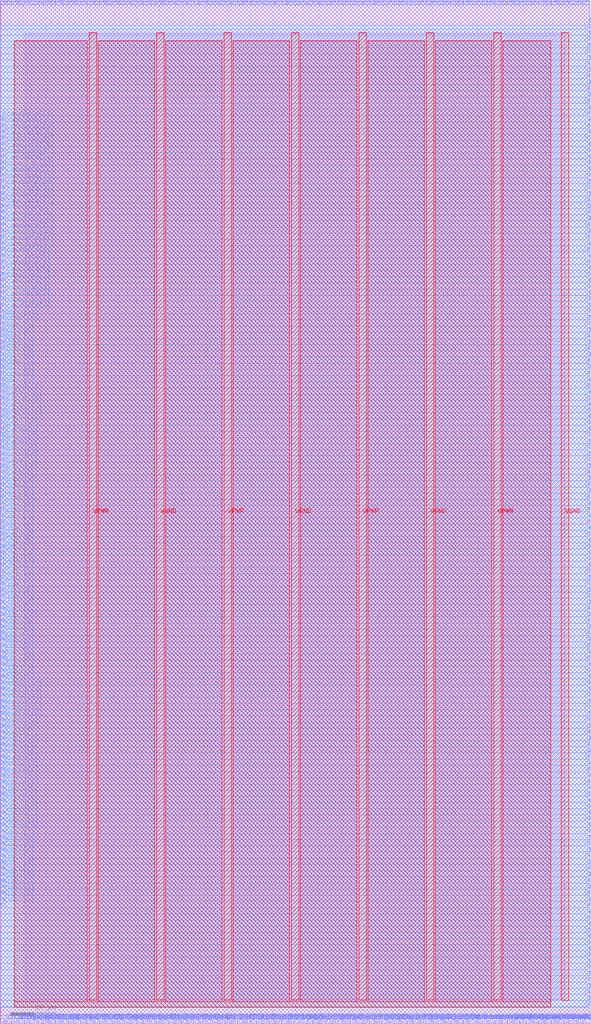
<source format=lef>
VERSION 5.7 ;
  NOWIREEXTENSIONATPIN ON ;
  DIVIDERCHAR "/" ;
  BUSBITCHARS "[]" ;
MACRO RAM_IO
  CLASS BLOCK ;
  FOREIGN RAM_IO ;
  ORIGIN 0.000 0.000 ;
  SIZE 130.000 BY 225.000 ;
  PIN Config_accessC_bit0
    DIRECTION OUTPUT TRISTATE ;
    USE SIGNAL ;
    ANTENNADIFFAREA 0.795200 ;
    PORT
      LAYER met3 ;
        RECT 129.200 47.640 130.000 48.240 ;
    END
  END Config_accessC_bit0
  PIN Config_accessC_bit1
    DIRECTION OUTPUT TRISTATE ;
    USE SIGNAL ;
    ANTENNADIFFAREA 0.795200 ;
    PORT
      LAYER met3 ;
        RECT 129.200 50.360 130.000 50.960 ;
    END
  END Config_accessC_bit1
  PIN Config_accessC_bit2
    DIRECTION OUTPUT TRISTATE ;
    USE SIGNAL ;
    ANTENNADIFFAREA 0.795200 ;
    PORT
      LAYER met3 ;
        RECT 129.200 53.080 130.000 53.680 ;
    END
  END Config_accessC_bit2
  PIN Config_accessC_bit3
    DIRECTION OUTPUT TRISTATE ;
    USE SIGNAL ;
    ANTENNADIFFAREA 0.795200 ;
    PORT
      LAYER met3 ;
        RECT 129.200 55.800 130.000 56.400 ;
    END
  END Config_accessC_bit3
  PIN E1END[0]
    DIRECTION INPUT ;
    USE SIGNAL ;
    ANTENNAGATEAREA 0.213000 ;
    PORT
      LAYER met3 ;
        RECT 0.000 91.160 0.800 91.760 ;
    END
  END E1END[0]
  PIN E1END[1]
    DIRECTION INPUT ;
    USE SIGNAL ;
    ANTENNAGATEAREA 0.213000 ;
    PORT
      LAYER met3 ;
        RECT 0.000 92.520 0.800 93.120 ;
    END
  END E1END[1]
  PIN E1END[2]
    DIRECTION INPUT ;
    USE SIGNAL ;
    ANTENNAGATEAREA 0.159000 ;
    PORT
      LAYER met3 ;
        RECT 0.000 93.880 0.800 94.480 ;
    END
  END E1END[2]
  PIN E1END[3]
    DIRECTION INPUT ;
    USE SIGNAL ;
    ANTENNAGATEAREA 0.159000 ;
    PORT
      LAYER met3 ;
        RECT 0.000 95.240 0.800 95.840 ;
    END
  END E1END[3]
  PIN E2END[0]
    DIRECTION INPUT ;
    USE SIGNAL ;
    ANTENNAGATEAREA 0.196500 ;
    PORT
      LAYER met3 ;
        RECT 0.000 107.480 0.800 108.080 ;
    END
  END E2END[0]
  PIN E2END[1]
    DIRECTION INPUT ;
    USE SIGNAL ;
    ANTENNAGATEAREA 0.196500 ;
    PORT
      LAYER met3 ;
        RECT 0.000 108.840 0.800 109.440 ;
    END
  END E2END[1]
  PIN E2END[2]
    DIRECTION INPUT ;
    USE SIGNAL ;
    ANTENNAGATEAREA 0.196500 ;
    PORT
      LAYER met3 ;
        RECT 0.000 110.200 0.800 110.800 ;
    END
  END E2END[2]
  PIN E2END[3]
    DIRECTION INPUT ;
    USE SIGNAL ;
    ANTENNAGATEAREA 0.196500 ;
    PORT
      LAYER met3 ;
        RECT 0.000 111.560 0.800 112.160 ;
    END
  END E2END[3]
  PIN E2END[4]
    DIRECTION INPUT ;
    USE SIGNAL ;
    ANTENNAGATEAREA 0.213000 ;
    PORT
      LAYER met3 ;
        RECT 0.000 112.920 0.800 113.520 ;
    END
  END E2END[4]
  PIN E2END[5]
    DIRECTION INPUT ;
    USE SIGNAL ;
    ANTENNAGATEAREA 0.126000 ;
    PORT
      LAYER met3 ;
        RECT 0.000 114.280 0.800 114.880 ;
    END
  END E2END[5]
  PIN E2END[6]
    DIRECTION INPUT ;
    USE SIGNAL ;
    ANTENNAGATEAREA 0.196500 ;
    PORT
      LAYER met3 ;
        RECT 0.000 115.640 0.800 116.240 ;
    END
  END E2END[6]
  PIN E2END[7]
    DIRECTION INPUT ;
    USE SIGNAL ;
    ANTENNAGATEAREA 0.196500 ;
    PORT
      LAYER met3 ;
        RECT 0.000 117.000 0.800 117.600 ;
    END
  END E2END[7]
  PIN E2MID[0]
    DIRECTION INPUT ;
    USE SIGNAL ;
    ANTENNAGATEAREA 0.196500 ;
    PORT
      LAYER met3 ;
        RECT 0.000 96.600 0.800 97.200 ;
    END
  END E2MID[0]
  PIN E2MID[1]
    DIRECTION INPUT ;
    USE SIGNAL ;
    ANTENNAGATEAREA 0.196500 ;
    PORT
      LAYER met3 ;
        RECT 0.000 97.960 0.800 98.560 ;
    END
  END E2MID[1]
  PIN E2MID[2]
    DIRECTION INPUT ;
    USE SIGNAL ;
    ANTENNAGATEAREA 0.196500 ;
    PORT
      LAYER met3 ;
        RECT 0.000 99.320 0.800 99.920 ;
    END
  END E2MID[2]
  PIN E2MID[3]
    DIRECTION INPUT ;
    USE SIGNAL ;
    ANTENNAGATEAREA 0.196500 ;
    PORT
      LAYER met3 ;
        RECT 0.000 100.680 0.800 101.280 ;
    END
  END E2MID[3]
  PIN E2MID[4]
    DIRECTION INPUT ;
    USE SIGNAL ;
    ANTENNAGATEAREA 0.213000 ;
    PORT
      LAYER met3 ;
        RECT 0.000 102.040 0.800 102.640 ;
    END
  END E2MID[4]
  PIN E2MID[5]
    DIRECTION INPUT ;
    USE SIGNAL ;
    ANTENNAGATEAREA 0.126000 ;
    PORT
      LAYER met3 ;
        RECT 0.000 103.400 0.800 104.000 ;
    END
  END E2MID[5]
  PIN E2MID[6]
    DIRECTION INPUT ;
    USE SIGNAL ;
    ANTENNAGATEAREA 0.196500 ;
    PORT
      LAYER met3 ;
        RECT 0.000 104.760 0.800 105.360 ;
    END
  END E2MID[6]
  PIN E2MID[7]
    DIRECTION INPUT ;
    USE SIGNAL ;
    ANTENNAGATEAREA 0.196500 ;
    PORT
      LAYER met3 ;
        RECT 0.000 106.120 0.800 106.720 ;
    END
  END E2MID[7]
  PIN E6END[0]
    DIRECTION INPUT ;
    USE SIGNAL ;
    ANTENNAGATEAREA 0.213000 ;
    PORT
      LAYER met3 ;
        RECT 0.000 140.120 0.800 140.720 ;
    END
  END E6END[0]
  PIN E6END[10]
    DIRECTION INPUT ;
    USE SIGNAL ;
    ANTENNAGATEAREA 0.196500 ;
    PORT
      LAYER met3 ;
        RECT 0.000 153.720 0.800 154.320 ;
    END
  END E6END[10]
  PIN E6END[11]
    DIRECTION INPUT ;
    USE SIGNAL ;
    ANTENNAGATEAREA 0.196500 ;
    PORT
      LAYER met3 ;
        RECT 0.000 155.080 0.800 155.680 ;
    END
  END E6END[11]
  PIN E6END[1]
    DIRECTION INPUT ;
    USE SIGNAL ;
    ANTENNAGATEAREA 0.196500 ;
    PORT
      LAYER met3 ;
        RECT 0.000 141.480 0.800 142.080 ;
    END
  END E6END[1]
  PIN E6END[2]
    DIRECTION INPUT ;
    USE SIGNAL ;
    ANTENNAGATEAREA 0.213000 ;
    PORT
      LAYER met3 ;
        RECT 0.000 142.840 0.800 143.440 ;
    END
  END E6END[2]
  PIN E6END[3]
    DIRECTION INPUT ;
    USE SIGNAL ;
    ANTENNAGATEAREA 0.213000 ;
    PORT
      LAYER met3 ;
        RECT 0.000 144.200 0.800 144.800 ;
    END
  END E6END[3]
  PIN E6END[4]
    DIRECTION INPUT ;
    USE SIGNAL ;
    ANTENNAGATEAREA 0.126000 ;
    PORT
      LAYER met3 ;
        RECT 0.000 145.560 0.800 146.160 ;
    END
  END E6END[4]
  PIN E6END[5]
    DIRECTION INPUT ;
    USE SIGNAL ;
    ANTENNAGATEAREA 0.196500 ;
    PORT
      LAYER met3 ;
        RECT 0.000 146.920 0.800 147.520 ;
    END
  END E6END[5]
  PIN E6END[6]
    DIRECTION INPUT ;
    USE SIGNAL ;
    ANTENNAGATEAREA 0.126000 ;
    PORT
      LAYER met3 ;
        RECT 0.000 148.280 0.800 148.880 ;
    END
  END E6END[6]
  PIN E6END[7]
    DIRECTION INPUT ;
    USE SIGNAL ;
    ANTENNAGATEAREA 0.213000 ;
    PORT
      LAYER met3 ;
        RECT 0.000 149.640 0.800 150.240 ;
    END
  END E6END[7]
  PIN E6END[8]
    DIRECTION INPUT ;
    USE SIGNAL ;
    ANTENNAGATEAREA 0.126000 ;
    PORT
      LAYER met3 ;
        RECT 0.000 151.000 0.800 151.600 ;
    END
  END E6END[8]
  PIN E6END[9]
    DIRECTION INPUT ;
    USE SIGNAL ;
    ANTENNAGATEAREA 0.196500 ;
    PORT
      LAYER met3 ;
        RECT 0.000 152.360 0.800 152.960 ;
    END
  END E6END[9]
  PIN EE4END[0]
    DIRECTION INPUT ;
    USE SIGNAL ;
    ANTENNAGATEAREA 0.196500 ;
    PORT
      LAYER met3 ;
        RECT 0.000 118.360 0.800 118.960 ;
    END
  END EE4END[0]
  PIN EE4END[10]
    DIRECTION INPUT ;
    USE SIGNAL ;
    ANTENNAGATEAREA 0.196500 ;
    PORT
      LAYER met3 ;
        RECT 0.000 131.960 0.800 132.560 ;
    END
  END EE4END[10]
  PIN EE4END[11]
    DIRECTION INPUT ;
    USE SIGNAL ;
    ANTENNAGATEAREA 0.196500 ;
    PORT
      LAYER met3 ;
        RECT 0.000 133.320 0.800 133.920 ;
    END
  END EE4END[11]
  PIN EE4END[12]
    DIRECTION INPUT ;
    USE SIGNAL ;
    ANTENNAGATEAREA 0.196500 ;
    PORT
      LAYER met3 ;
        RECT 0.000 134.680 0.800 135.280 ;
    END
  END EE4END[12]
  PIN EE4END[13]
    DIRECTION INPUT ;
    USE SIGNAL ;
    ANTENNAGATEAREA 0.196500 ;
    PORT
      LAYER met3 ;
        RECT 0.000 136.040 0.800 136.640 ;
    END
  END EE4END[13]
  PIN EE4END[14]
    DIRECTION INPUT ;
    USE SIGNAL ;
    ANTENNAGATEAREA 0.196500 ;
    PORT
      LAYER met3 ;
        RECT 0.000 137.400 0.800 138.000 ;
    END
  END EE4END[14]
  PIN EE4END[15]
    DIRECTION INPUT ;
    USE SIGNAL ;
    ANTENNAGATEAREA 0.196500 ;
    PORT
      LAYER met3 ;
        RECT 0.000 138.760 0.800 139.360 ;
    END
  END EE4END[15]
  PIN EE4END[1]
    DIRECTION INPUT ;
    USE SIGNAL ;
    ANTENNAGATEAREA 0.196500 ;
    PORT
      LAYER met3 ;
        RECT 0.000 119.720 0.800 120.320 ;
    END
  END EE4END[1]
  PIN EE4END[2]
    DIRECTION INPUT ;
    USE SIGNAL ;
    ANTENNAGATEAREA 0.196500 ;
    PORT
      LAYER met3 ;
        RECT 0.000 121.080 0.800 121.680 ;
    END
  END EE4END[2]
  PIN EE4END[3]
    DIRECTION INPUT ;
    USE SIGNAL ;
    ANTENNAGATEAREA 0.196500 ;
    PORT
      LAYER met3 ;
        RECT 0.000 122.440 0.800 123.040 ;
    END
  END EE4END[3]
  PIN EE4END[4]
    DIRECTION INPUT ;
    USE SIGNAL ;
    ANTENNAGATEAREA 0.196500 ;
    PORT
      LAYER met3 ;
        RECT 0.000 123.800 0.800 124.400 ;
    END
  END EE4END[4]
  PIN EE4END[5]
    DIRECTION INPUT ;
    USE SIGNAL ;
    ANTENNAGATEAREA 0.196500 ;
    PORT
      LAYER met3 ;
        RECT 0.000 125.160 0.800 125.760 ;
    END
  END EE4END[5]
  PIN EE4END[6]
    DIRECTION INPUT ;
    USE SIGNAL ;
    ANTENNAGATEAREA 0.196500 ;
    PORT
      LAYER met3 ;
        RECT 0.000 126.520 0.800 127.120 ;
    END
  END EE4END[6]
  PIN EE4END[7]
    DIRECTION INPUT ;
    USE SIGNAL ;
    ANTENNAGATEAREA 0.196500 ;
    PORT
      LAYER met3 ;
        RECT 0.000 127.880 0.800 128.480 ;
    END
  END EE4END[7]
  PIN EE4END[8]
    DIRECTION INPUT ;
    USE SIGNAL ;
    ANTENNAGATEAREA 0.196500 ;
    PORT
      LAYER met3 ;
        RECT 0.000 129.240 0.800 129.840 ;
    END
  END EE4END[8]
  PIN EE4END[9]
    DIRECTION INPUT ;
    USE SIGNAL ;
    ANTENNAGATEAREA 0.196500 ;
    PORT
      LAYER met3 ;
        RECT 0.000 130.600 0.800 131.200 ;
    END
  END EE4END[9]
  PIN FAB2RAM_A0_O0
    DIRECTION OUTPUT TRISTATE ;
    USE SIGNAL ;
    ANTENNADIFFAREA 0.795200 ;
    PORT
      LAYER met3 ;
        RECT 129.200 80.280 130.000 80.880 ;
    END
  END FAB2RAM_A0_O0
  PIN FAB2RAM_A0_O1
    DIRECTION OUTPUT TRISTATE ;
    USE SIGNAL ;
    ANTENNADIFFAREA 0.795200 ;
    PORT
      LAYER met3 ;
        RECT 129.200 83.000 130.000 83.600 ;
    END
  END FAB2RAM_A0_O1
  PIN FAB2RAM_A0_O2
    DIRECTION OUTPUT TRISTATE ;
    USE SIGNAL ;
    ANTENNADIFFAREA 0.795200 ;
    PORT
      LAYER met3 ;
        RECT 129.200 85.720 130.000 86.320 ;
    END
  END FAB2RAM_A0_O2
  PIN FAB2RAM_A0_O3
    DIRECTION OUTPUT TRISTATE ;
    USE SIGNAL ;
    ANTENNADIFFAREA 0.795200 ;
    PORT
      LAYER met3 ;
        RECT 129.200 88.440 130.000 89.040 ;
    END
  END FAB2RAM_A0_O3
  PIN FAB2RAM_A1_O0
    DIRECTION OUTPUT TRISTATE ;
    USE SIGNAL ;
    ANTENNADIFFAREA 0.795200 ;
    PORT
      LAYER met3 ;
        RECT 129.200 69.400 130.000 70.000 ;
    END
  END FAB2RAM_A1_O0
  PIN FAB2RAM_A1_O1
    DIRECTION OUTPUT TRISTATE ;
    USE SIGNAL ;
    ANTENNADIFFAREA 0.795200 ;
    PORT
      LAYER met3 ;
        RECT 129.200 72.120 130.000 72.720 ;
    END
  END FAB2RAM_A1_O1
  PIN FAB2RAM_A1_O2
    DIRECTION OUTPUT TRISTATE ;
    USE SIGNAL ;
    ANTENNADIFFAREA 0.795200 ;
    PORT
      LAYER met3 ;
        RECT 129.200 74.840 130.000 75.440 ;
    END
  END FAB2RAM_A1_O2
  PIN FAB2RAM_A1_O3
    DIRECTION OUTPUT TRISTATE ;
    USE SIGNAL ;
    ANTENNADIFFAREA 0.795200 ;
    PORT
      LAYER met3 ;
        RECT 129.200 77.560 130.000 78.160 ;
    END
  END FAB2RAM_A1_O3
  PIN FAB2RAM_C_O0
    DIRECTION OUTPUT TRISTATE ;
    USE SIGNAL ;
    ANTENNADIFFAREA 0.445500 ;
    PORT
      LAYER met3 ;
        RECT 129.200 58.520 130.000 59.120 ;
    END
  END FAB2RAM_C_O0
  PIN FAB2RAM_C_O1
    DIRECTION OUTPUT TRISTATE ;
    USE SIGNAL ;
    ANTENNADIFFAREA 0.795200 ;
    PORT
      LAYER met3 ;
        RECT 129.200 61.240 130.000 61.840 ;
    END
  END FAB2RAM_C_O1
  PIN FAB2RAM_C_O2
    DIRECTION OUTPUT TRISTATE ;
    USE SIGNAL ;
    ANTENNADIFFAREA 0.795200 ;
    PORT
      LAYER met3 ;
        RECT 129.200 63.960 130.000 64.560 ;
    END
  END FAB2RAM_C_O2
  PIN FAB2RAM_C_O3
    DIRECTION OUTPUT TRISTATE ;
    USE SIGNAL ;
    ANTENNADIFFAREA 0.445500 ;
    PORT
      LAYER met3 ;
        RECT 129.200 66.680 130.000 67.280 ;
    END
  END FAB2RAM_C_O3
  PIN FAB2RAM_D0_O0
    DIRECTION OUTPUT TRISTATE ;
    USE SIGNAL ;
    ANTENNADIFFAREA 0.795200 ;
    PORT
      LAYER met3 ;
        RECT 129.200 123.800 130.000 124.400 ;
    END
  END FAB2RAM_D0_O0
  PIN FAB2RAM_D0_O1
    DIRECTION OUTPUT TRISTATE ;
    USE SIGNAL ;
    ANTENNADIFFAREA 0.795200 ;
    PORT
      LAYER met3 ;
        RECT 129.200 126.520 130.000 127.120 ;
    END
  END FAB2RAM_D0_O1
  PIN FAB2RAM_D0_O2
    DIRECTION OUTPUT TRISTATE ;
    USE SIGNAL ;
    ANTENNADIFFAREA 0.795200 ;
    PORT
      LAYER met3 ;
        RECT 129.200 129.240 130.000 129.840 ;
    END
  END FAB2RAM_D0_O2
  PIN FAB2RAM_D0_O3
    DIRECTION OUTPUT TRISTATE ;
    USE SIGNAL ;
    ANTENNADIFFAREA 0.795200 ;
    PORT
      LAYER met3 ;
        RECT 129.200 131.960 130.000 132.560 ;
    END
  END FAB2RAM_D0_O3
  PIN FAB2RAM_D1_O0
    DIRECTION OUTPUT TRISTATE ;
    USE SIGNAL ;
    ANTENNADIFFAREA 0.445500 ;
    PORT
      LAYER met3 ;
        RECT 129.200 112.920 130.000 113.520 ;
    END
  END FAB2RAM_D1_O0
  PIN FAB2RAM_D1_O1
    DIRECTION OUTPUT TRISTATE ;
    USE SIGNAL ;
    ANTENNADIFFAREA 0.795200 ;
    PORT
      LAYER met3 ;
        RECT 129.200 115.640 130.000 116.240 ;
    END
  END FAB2RAM_D1_O1
  PIN FAB2RAM_D1_O2
    DIRECTION OUTPUT TRISTATE ;
    USE SIGNAL ;
    ANTENNADIFFAREA 0.445500 ;
    PORT
      LAYER met3 ;
        RECT 129.200 118.360 130.000 118.960 ;
    END
  END FAB2RAM_D1_O2
  PIN FAB2RAM_D1_O3
    DIRECTION OUTPUT TRISTATE ;
    USE SIGNAL ;
    ANTENNADIFFAREA 0.795200 ;
    PORT
      LAYER met3 ;
        RECT 129.200 121.080 130.000 121.680 ;
    END
  END FAB2RAM_D1_O3
  PIN FAB2RAM_D2_O0
    DIRECTION OUTPUT TRISTATE ;
    USE SIGNAL ;
    ANTENNADIFFAREA 0.795200 ;
    PORT
      LAYER met3 ;
        RECT 129.200 102.040 130.000 102.640 ;
    END
  END FAB2RAM_D2_O0
  PIN FAB2RAM_D2_O1
    DIRECTION OUTPUT TRISTATE ;
    USE SIGNAL ;
    ANTENNADIFFAREA 0.795200 ;
    PORT
      LAYER met3 ;
        RECT 129.200 104.760 130.000 105.360 ;
    END
  END FAB2RAM_D2_O1
  PIN FAB2RAM_D2_O2
    DIRECTION OUTPUT TRISTATE ;
    USE SIGNAL ;
    ANTENNADIFFAREA 0.445500 ;
    PORT
      LAYER met3 ;
        RECT 129.200 107.480 130.000 108.080 ;
    END
  END FAB2RAM_D2_O2
  PIN FAB2RAM_D2_O3
    DIRECTION OUTPUT TRISTATE ;
    USE SIGNAL ;
    ANTENNADIFFAREA 0.795200 ;
    PORT
      LAYER met3 ;
        RECT 129.200 110.200 130.000 110.800 ;
    END
  END FAB2RAM_D2_O3
  PIN FAB2RAM_D3_O0
    DIRECTION OUTPUT TRISTATE ;
    USE SIGNAL ;
    ANTENNADIFFAREA 0.445500 ;
    PORT
      LAYER met3 ;
        RECT 129.200 91.160 130.000 91.760 ;
    END
  END FAB2RAM_D3_O0
  PIN FAB2RAM_D3_O1
    DIRECTION OUTPUT TRISTATE ;
    USE SIGNAL ;
    ANTENNADIFFAREA 0.795200 ;
    PORT
      LAYER met3 ;
        RECT 129.200 93.880 130.000 94.480 ;
    END
  END FAB2RAM_D3_O1
  PIN FAB2RAM_D3_O2
    DIRECTION OUTPUT TRISTATE ;
    USE SIGNAL ;
    ANTENNADIFFAREA 0.795200 ;
    PORT
      LAYER met3 ;
        RECT 129.200 96.600 130.000 97.200 ;
    END
  END FAB2RAM_D3_O2
  PIN FAB2RAM_D3_O3
    DIRECTION OUTPUT TRISTATE ;
    USE SIGNAL ;
    ANTENNADIFFAREA 0.795200 ;
    PORT
      LAYER met3 ;
        RECT 129.200 99.320 130.000 99.920 ;
    END
  END FAB2RAM_D3_O3
  PIN FrameData[0]
    DIRECTION INPUT ;
    USE SIGNAL ;
    ANTENNAGATEAREA 0.247500 ;
    PORT
      LAYER met3 ;
        RECT 0.000 156.440 0.800 157.040 ;
    END
  END FrameData[0]
  PIN FrameData[10]
    DIRECTION INPUT ;
    USE SIGNAL ;
    ANTENNAGATEAREA 0.247500 ;
    PORT
      LAYER met3 ;
        RECT 0.000 170.040 0.800 170.640 ;
    END
  END FrameData[10]
  PIN FrameData[11]
    DIRECTION INPUT ;
    USE SIGNAL ;
    ANTENNAGATEAREA 0.247500 ;
    PORT
      LAYER met3 ;
        RECT 0.000 171.400 0.800 172.000 ;
    END
  END FrameData[11]
  PIN FrameData[12]
    DIRECTION INPUT ;
    USE SIGNAL ;
    ANTENNAGATEAREA 0.247500 ;
    PORT
      LAYER met3 ;
        RECT 0.000 172.760 0.800 173.360 ;
    END
  END FrameData[12]
  PIN FrameData[13]
    DIRECTION INPUT ;
    USE SIGNAL ;
    ANTENNAGATEAREA 0.247500 ;
    PORT
      LAYER met3 ;
        RECT 0.000 174.120 0.800 174.720 ;
    END
  END FrameData[13]
  PIN FrameData[14]
    DIRECTION INPUT ;
    USE SIGNAL ;
    ANTENNAGATEAREA 0.247500 ;
    PORT
      LAYER met3 ;
        RECT 0.000 175.480 0.800 176.080 ;
    END
  END FrameData[14]
  PIN FrameData[15]
    DIRECTION INPUT ;
    USE SIGNAL ;
    ANTENNAGATEAREA 0.247500 ;
    PORT
      LAYER met3 ;
        RECT 0.000 176.840 0.800 177.440 ;
    END
  END FrameData[15]
  PIN FrameData[16]
    DIRECTION INPUT ;
    USE SIGNAL ;
    ANTENNAGATEAREA 0.247500 ;
    PORT
      LAYER met3 ;
        RECT 0.000 178.200 0.800 178.800 ;
    END
  END FrameData[16]
  PIN FrameData[17]
    DIRECTION INPUT ;
    USE SIGNAL ;
    ANTENNAGATEAREA 0.247500 ;
    PORT
      LAYER met3 ;
        RECT 0.000 179.560 0.800 180.160 ;
    END
  END FrameData[17]
  PIN FrameData[18]
    DIRECTION INPUT ;
    USE SIGNAL ;
    ANTENNAGATEAREA 0.247500 ;
    PORT
      LAYER met3 ;
        RECT 0.000 180.920 0.800 181.520 ;
    END
  END FrameData[18]
  PIN FrameData[19]
    DIRECTION INPUT ;
    USE SIGNAL ;
    ANTENNAGATEAREA 0.247500 ;
    PORT
      LAYER met3 ;
        RECT 0.000 182.280 0.800 182.880 ;
    END
  END FrameData[19]
  PIN FrameData[1]
    DIRECTION INPUT ;
    USE SIGNAL ;
    ANTENNAGATEAREA 0.247500 ;
    PORT
      LAYER met3 ;
        RECT 0.000 157.800 0.800 158.400 ;
    END
  END FrameData[1]
  PIN FrameData[20]
    DIRECTION INPUT ;
    USE SIGNAL ;
    ANTENNAGATEAREA 0.247500 ;
    PORT
      LAYER met3 ;
        RECT 0.000 183.640 0.800 184.240 ;
    END
  END FrameData[20]
  PIN FrameData[21]
    DIRECTION INPUT ;
    USE SIGNAL ;
    ANTENNAGATEAREA 0.247500 ;
    PORT
      LAYER met3 ;
        RECT 0.000 185.000 0.800 185.600 ;
    END
  END FrameData[21]
  PIN FrameData[22]
    DIRECTION INPUT ;
    USE SIGNAL ;
    ANTENNAGATEAREA 0.247500 ;
    PORT
      LAYER met3 ;
        RECT 0.000 186.360 0.800 186.960 ;
    END
  END FrameData[22]
  PIN FrameData[23]
    DIRECTION INPUT ;
    USE SIGNAL ;
    ANTENNAGATEAREA 0.247500 ;
    PORT
      LAYER met3 ;
        RECT 0.000 187.720 0.800 188.320 ;
    END
  END FrameData[23]
  PIN FrameData[24]
    DIRECTION INPUT ;
    USE SIGNAL ;
    ANTENNAGATEAREA 0.426000 ;
    PORT
      LAYER met3 ;
        RECT 0.000 189.080 0.800 189.680 ;
    END
  END FrameData[24]
  PIN FrameData[25]
    DIRECTION INPUT ;
    USE SIGNAL ;
    ANTENNAGATEAREA 0.247500 ;
    PORT
      LAYER met3 ;
        RECT 0.000 190.440 0.800 191.040 ;
    END
  END FrameData[25]
  PIN FrameData[26]
    DIRECTION INPUT ;
    USE SIGNAL ;
    ANTENNAGATEAREA 0.426000 ;
    PORT
      LAYER met3 ;
        RECT 0.000 191.800 0.800 192.400 ;
    END
  END FrameData[26]
  PIN FrameData[27]
    DIRECTION INPUT ;
    USE SIGNAL ;
    ANTENNAGATEAREA 0.426000 ;
    PORT
      LAYER met3 ;
        RECT 0.000 193.160 0.800 193.760 ;
    END
  END FrameData[27]
  PIN FrameData[28]
    DIRECTION INPUT ;
    USE SIGNAL ;
    ANTENNAGATEAREA 0.426000 ;
    PORT
      LAYER met3 ;
        RECT 0.000 194.520 0.800 195.120 ;
    END
  END FrameData[28]
  PIN FrameData[29]
    DIRECTION INPUT ;
    USE SIGNAL ;
    ANTENNAGATEAREA 0.426000 ;
    PORT
      LAYER met3 ;
        RECT 0.000 195.880 0.800 196.480 ;
    END
  END FrameData[29]
  PIN FrameData[2]
    DIRECTION INPUT ;
    USE SIGNAL ;
    ANTENNAGATEAREA 0.247500 ;
    PORT
      LAYER met3 ;
        RECT 0.000 159.160 0.800 159.760 ;
    END
  END FrameData[2]
  PIN FrameData[30]
    DIRECTION INPUT ;
    USE SIGNAL ;
    ANTENNAGATEAREA 0.426000 ;
    PORT
      LAYER met3 ;
        RECT 0.000 197.240 0.800 197.840 ;
    END
  END FrameData[30]
  PIN FrameData[31]
    DIRECTION INPUT ;
    USE SIGNAL ;
    ANTENNAGATEAREA 0.426000 ;
    PORT
      LAYER met3 ;
        RECT 0.000 198.600 0.800 199.200 ;
    END
  END FrameData[31]
  PIN FrameData[3]
    DIRECTION INPUT ;
    USE SIGNAL ;
    ANTENNAGATEAREA 0.247500 ;
    PORT
      LAYER met3 ;
        RECT 0.000 160.520 0.800 161.120 ;
    END
  END FrameData[3]
  PIN FrameData[4]
    DIRECTION INPUT ;
    USE SIGNAL ;
    ANTENNAGATEAREA 0.247500 ;
    PORT
      LAYER met3 ;
        RECT 0.000 161.880 0.800 162.480 ;
    END
  END FrameData[4]
  PIN FrameData[5]
    DIRECTION INPUT ;
    USE SIGNAL ;
    ANTENNAGATEAREA 0.247500 ;
    PORT
      LAYER met3 ;
        RECT 0.000 163.240 0.800 163.840 ;
    END
  END FrameData[5]
  PIN FrameData[6]
    DIRECTION INPUT ;
    USE SIGNAL ;
    ANTENNAGATEAREA 0.247500 ;
    PORT
      LAYER met3 ;
        RECT 0.000 164.600 0.800 165.200 ;
    END
  END FrameData[6]
  PIN FrameData[7]
    DIRECTION INPUT ;
    USE SIGNAL ;
    ANTENNAGATEAREA 0.247500 ;
    PORT
      LAYER met3 ;
        RECT 0.000 165.960 0.800 166.560 ;
    END
  END FrameData[7]
  PIN FrameData[8]
    DIRECTION INPUT ;
    USE SIGNAL ;
    ANTENNAGATEAREA 0.247500 ;
    PORT
      LAYER met3 ;
        RECT 0.000 167.320 0.800 167.920 ;
    END
  END FrameData[8]
  PIN FrameData[9]
    DIRECTION INPUT ;
    USE SIGNAL ;
    ANTENNAGATEAREA 0.247500 ;
    PORT
      LAYER met3 ;
        RECT 0.000 168.680 0.800 169.280 ;
    END
  END FrameData[9]
  PIN FrameData_O[0]
    DIRECTION OUTPUT TRISTATE ;
    USE SIGNAL ;
    ANTENNADIFFAREA 0.445500 ;
    PORT
      LAYER met3 ;
        RECT 129.200 134.680 130.000 135.280 ;
    END
  END FrameData_O[0]
  PIN FrameData_O[10]
    DIRECTION OUTPUT TRISTATE ;
    USE SIGNAL ;
    ANTENNADIFFAREA 0.445500 ;
    PORT
      LAYER met3 ;
        RECT 129.200 161.880 130.000 162.480 ;
    END
  END FrameData_O[10]
  PIN FrameData_O[11]
    DIRECTION OUTPUT TRISTATE ;
    USE SIGNAL ;
    ANTENNADIFFAREA 0.795200 ;
    PORT
      LAYER met3 ;
        RECT 129.200 164.600 130.000 165.200 ;
    END
  END FrameData_O[11]
  PIN FrameData_O[12]
    DIRECTION OUTPUT TRISTATE ;
    USE SIGNAL ;
    ANTENNADIFFAREA 0.445500 ;
    PORT
      LAYER met3 ;
        RECT 129.200 167.320 130.000 167.920 ;
    END
  END FrameData_O[12]
  PIN FrameData_O[13]
    DIRECTION OUTPUT TRISTATE ;
    USE SIGNAL ;
    ANTENNADIFFAREA 0.795200 ;
    PORT
      LAYER met3 ;
        RECT 129.200 170.040 130.000 170.640 ;
    END
  END FrameData_O[13]
  PIN FrameData_O[14]
    DIRECTION OUTPUT TRISTATE ;
    USE SIGNAL ;
    ANTENNADIFFAREA 0.795200 ;
    PORT
      LAYER met3 ;
        RECT 129.200 172.760 130.000 173.360 ;
    END
  END FrameData_O[14]
  PIN FrameData_O[15]
    DIRECTION OUTPUT TRISTATE ;
    USE SIGNAL ;
    ANTENNADIFFAREA 0.795200 ;
    PORT
      LAYER met3 ;
        RECT 129.200 175.480 130.000 176.080 ;
    END
  END FrameData_O[15]
  PIN FrameData_O[16]
    DIRECTION OUTPUT TRISTATE ;
    USE SIGNAL ;
    ANTENNADIFFAREA 0.795200 ;
    PORT
      LAYER met3 ;
        RECT 129.200 178.200 130.000 178.800 ;
    END
  END FrameData_O[16]
  PIN FrameData_O[17]
    DIRECTION OUTPUT TRISTATE ;
    USE SIGNAL ;
    ANTENNADIFFAREA 0.795200 ;
    PORT
      LAYER met3 ;
        RECT 129.200 180.920 130.000 181.520 ;
    END
  END FrameData_O[17]
  PIN FrameData_O[18]
    DIRECTION OUTPUT TRISTATE ;
    USE SIGNAL ;
    ANTENNADIFFAREA 0.445500 ;
    PORT
      LAYER met3 ;
        RECT 129.200 183.640 130.000 184.240 ;
    END
  END FrameData_O[18]
  PIN FrameData_O[19]
    DIRECTION OUTPUT TRISTATE ;
    USE SIGNAL ;
    ANTENNADIFFAREA 0.795200 ;
    PORT
      LAYER met3 ;
        RECT 129.200 186.360 130.000 186.960 ;
    END
  END FrameData_O[19]
  PIN FrameData_O[1]
    DIRECTION OUTPUT TRISTATE ;
    USE SIGNAL ;
    ANTENNADIFFAREA 0.795200 ;
    PORT
      LAYER met3 ;
        RECT 129.200 137.400 130.000 138.000 ;
    END
  END FrameData_O[1]
  PIN FrameData_O[20]
    DIRECTION OUTPUT TRISTATE ;
    USE SIGNAL ;
    ANTENNADIFFAREA 0.445500 ;
    PORT
      LAYER met3 ;
        RECT 129.200 189.080 130.000 189.680 ;
    END
  END FrameData_O[20]
  PIN FrameData_O[21]
    DIRECTION OUTPUT TRISTATE ;
    USE SIGNAL ;
    ANTENNADIFFAREA 0.795200 ;
    PORT
      LAYER met3 ;
        RECT 129.200 191.800 130.000 192.400 ;
    END
  END FrameData_O[21]
  PIN FrameData_O[22]
    DIRECTION OUTPUT TRISTATE ;
    USE SIGNAL ;
    ANTENNADIFFAREA 0.445500 ;
    PORT
      LAYER met3 ;
        RECT 129.200 194.520 130.000 195.120 ;
    END
  END FrameData_O[22]
  PIN FrameData_O[23]
    DIRECTION OUTPUT TRISTATE ;
    USE SIGNAL ;
    ANTENNADIFFAREA 0.795200 ;
    PORT
      LAYER met3 ;
        RECT 129.200 197.240 130.000 197.840 ;
    END
  END FrameData_O[23]
  PIN FrameData_O[24]
    DIRECTION OUTPUT TRISTATE ;
    USE SIGNAL ;
    ANTENNADIFFAREA 0.795200 ;
    PORT
      LAYER met3 ;
        RECT 129.200 199.960 130.000 200.560 ;
    END
  END FrameData_O[24]
  PIN FrameData_O[25]
    DIRECTION OUTPUT TRISTATE ;
    USE SIGNAL ;
    ANTENNADIFFAREA 0.795200 ;
    PORT
      LAYER met3 ;
        RECT 129.200 202.680 130.000 203.280 ;
    END
  END FrameData_O[25]
  PIN FrameData_O[26]
    DIRECTION OUTPUT TRISTATE ;
    USE SIGNAL ;
    ANTENNADIFFAREA 0.795200 ;
    PORT
      LAYER met3 ;
        RECT 129.200 205.400 130.000 206.000 ;
    END
  END FrameData_O[26]
  PIN FrameData_O[27]
    DIRECTION OUTPUT TRISTATE ;
    USE SIGNAL ;
    ANTENNADIFFAREA 0.795200 ;
    PORT
      LAYER met3 ;
        RECT 129.200 208.120 130.000 208.720 ;
    END
  END FrameData_O[27]
  PIN FrameData_O[28]
    DIRECTION OUTPUT TRISTATE ;
    USE SIGNAL ;
    ANTENNADIFFAREA 0.795200 ;
    PORT
      LAYER met3 ;
        RECT 129.200 210.840 130.000 211.440 ;
    END
  END FrameData_O[28]
  PIN FrameData_O[29]
    DIRECTION OUTPUT TRISTATE ;
    USE SIGNAL ;
    ANTENNADIFFAREA 0.795200 ;
    PORT
      LAYER met3 ;
        RECT 129.200 213.560 130.000 214.160 ;
    END
  END FrameData_O[29]
  PIN FrameData_O[2]
    DIRECTION OUTPUT TRISTATE ;
    USE SIGNAL ;
    ANTENNADIFFAREA 0.445500 ;
    PORT
      LAYER met3 ;
        RECT 129.200 140.120 130.000 140.720 ;
    END
  END FrameData_O[2]
  PIN FrameData_O[30]
    DIRECTION OUTPUT TRISTATE ;
    USE SIGNAL ;
    ANTENNADIFFAREA 0.795200 ;
    PORT
      LAYER met3 ;
        RECT 129.200 216.280 130.000 216.880 ;
    END
  END FrameData_O[30]
  PIN FrameData_O[31]
    DIRECTION OUTPUT TRISTATE ;
    USE SIGNAL ;
    ANTENNADIFFAREA 0.795200 ;
    PORT
      LAYER met3 ;
        RECT 129.200 219.000 130.000 219.600 ;
    END
  END FrameData_O[31]
  PIN FrameData_O[3]
    DIRECTION OUTPUT TRISTATE ;
    USE SIGNAL ;
    ANTENNADIFFAREA 0.795200 ;
    PORT
      LAYER met3 ;
        RECT 129.200 142.840 130.000 143.440 ;
    END
  END FrameData_O[3]
  PIN FrameData_O[4]
    DIRECTION OUTPUT TRISTATE ;
    USE SIGNAL ;
    ANTENNADIFFAREA 0.795200 ;
    PORT
      LAYER met3 ;
        RECT 129.200 145.560 130.000 146.160 ;
    END
  END FrameData_O[4]
  PIN FrameData_O[5]
    DIRECTION OUTPUT TRISTATE ;
    USE SIGNAL ;
    ANTENNADIFFAREA 0.795200 ;
    PORT
      LAYER met3 ;
        RECT 129.200 148.280 130.000 148.880 ;
    END
  END FrameData_O[5]
  PIN FrameData_O[6]
    DIRECTION OUTPUT TRISTATE ;
    USE SIGNAL ;
    ANTENNADIFFAREA 0.795200 ;
    PORT
      LAYER met3 ;
        RECT 129.200 151.000 130.000 151.600 ;
    END
  END FrameData_O[6]
  PIN FrameData_O[7]
    DIRECTION OUTPUT TRISTATE ;
    USE SIGNAL ;
    ANTENNADIFFAREA 0.795200 ;
    PORT
      LAYER met3 ;
        RECT 129.200 153.720 130.000 154.320 ;
    END
  END FrameData_O[7]
  PIN FrameData_O[8]
    DIRECTION OUTPUT TRISTATE ;
    USE SIGNAL ;
    ANTENNADIFFAREA 0.795200 ;
    PORT
      LAYER met3 ;
        RECT 129.200 156.440 130.000 157.040 ;
    END
  END FrameData_O[8]
  PIN FrameData_O[9]
    DIRECTION OUTPUT TRISTATE ;
    USE SIGNAL ;
    ANTENNADIFFAREA 0.795200 ;
    PORT
      LAYER met3 ;
        RECT 129.200 159.160 130.000 159.760 ;
    END
  END FrameData_O[9]
  PIN FrameStrobe[0]
    DIRECTION INPUT ;
    USE SIGNAL ;
    ANTENNAGATEAREA 0.742500 ;
    PORT
      LAYER met2 ;
        RECT 101.750 0.000 102.030 0.800 ;
    END
  END FrameStrobe[0]
  PIN FrameStrobe[10]
    DIRECTION INPUT ;
    USE SIGNAL ;
    ANTENNAGATEAREA 0.159000 ;
    PORT
      LAYER met2 ;
        RECT 115.550 0.000 115.830 0.800 ;
    END
  END FrameStrobe[10]
  PIN FrameStrobe[11]
    DIRECTION INPUT ;
    USE SIGNAL ;
    ANTENNAGATEAREA 0.196500 ;
    PORT
      LAYER met2 ;
        RECT 116.930 0.000 117.210 0.800 ;
    END
  END FrameStrobe[11]
  PIN FrameStrobe[12]
    DIRECTION INPUT ;
    USE SIGNAL ;
    ANTENNAGATEAREA 0.213000 ;
    PORT
      LAYER met2 ;
        RECT 118.310 0.000 118.590 0.800 ;
    END
  END FrameStrobe[12]
  PIN FrameStrobe[13]
    DIRECTION INPUT ;
    USE SIGNAL ;
    ANTENNAGATEAREA 0.126000 ;
    PORT
      LAYER met2 ;
        RECT 119.690 0.000 119.970 0.800 ;
    END
  END FrameStrobe[13]
  PIN FrameStrobe[14]
    DIRECTION INPUT ;
    USE SIGNAL ;
    ANTENNAGATEAREA 0.213000 ;
    PORT
      LAYER met2 ;
        RECT 121.070 0.000 121.350 0.800 ;
    END
  END FrameStrobe[14]
  PIN FrameStrobe[15]
    DIRECTION INPUT ;
    USE SIGNAL ;
    ANTENNAGATEAREA 0.213000 ;
    PORT
      LAYER met2 ;
        RECT 122.450 0.000 122.730 0.800 ;
    END
  END FrameStrobe[15]
  PIN FrameStrobe[16]
    DIRECTION INPUT ;
    USE SIGNAL ;
    ANTENNAGATEAREA 0.213000 ;
    PORT
      LAYER met2 ;
        RECT 123.830 0.000 124.110 0.800 ;
    END
  END FrameStrobe[16]
  PIN FrameStrobe[17]
    DIRECTION INPUT ;
    USE SIGNAL ;
    ANTENNAGATEAREA 0.213000 ;
    PORT
      LAYER met2 ;
        RECT 125.210 0.000 125.490 0.800 ;
    END
  END FrameStrobe[17]
  PIN FrameStrobe[18]
    DIRECTION INPUT ;
    USE SIGNAL ;
    ANTENNAGATEAREA 0.126000 ;
    PORT
      LAYER met2 ;
        RECT 126.590 0.000 126.870 0.800 ;
    END
  END FrameStrobe[18]
  PIN FrameStrobe[19]
    DIRECTION INPUT ;
    USE SIGNAL ;
    ANTENNAGATEAREA 0.196500 ;
    PORT
      LAYER met2 ;
        RECT 127.970 0.000 128.250 0.800 ;
    END
  END FrameStrobe[19]
  PIN FrameStrobe[1]
    DIRECTION INPUT ;
    USE SIGNAL ;
    ANTENNAGATEAREA 0.742500 ;
    PORT
      LAYER met2 ;
        RECT 103.130 0.000 103.410 0.800 ;
    END
  END FrameStrobe[1]
  PIN FrameStrobe[2]
    DIRECTION INPUT ;
    USE SIGNAL ;
    ANTENNAGATEAREA 0.852000 ;
    PORT
      LAYER met2 ;
        RECT 104.510 0.000 104.790 0.800 ;
    END
  END FrameStrobe[2]
  PIN FrameStrobe[3]
    DIRECTION INPUT ;
    USE SIGNAL ;
    ANTENNAGATEAREA 0.852000 ;
    PORT
      LAYER met2 ;
        RECT 105.890 0.000 106.170 0.800 ;
    END
  END FrameStrobe[3]
  PIN FrameStrobe[4]
    DIRECTION INPUT ;
    USE SIGNAL ;
    ANTENNAGATEAREA 0.852000 ;
    PORT
      LAYER met2 ;
        RECT 107.270 0.000 107.550 0.800 ;
    END
  END FrameStrobe[4]
  PIN FrameStrobe[5]
    DIRECTION INPUT ;
    USE SIGNAL ;
    ANTENNAGATEAREA 0.742500 ;
    PORT
      LAYER met2 ;
        RECT 108.650 0.000 108.930 0.800 ;
    END
  END FrameStrobe[5]
  PIN FrameStrobe[6]
    DIRECTION INPUT ;
    USE SIGNAL ;
    ANTENNAGATEAREA 0.742500 ;
    PORT
      LAYER met2 ;
        RECT 110.030 0.000 110.310 0.800 ;
    END
  END FrameStrobe[6]
  PIN FrameStrobe[7]
    DIRECTION INPUT ;
    USE SIGNAL ;
    ANTENNAGATEAREA 0.742500 ;
    PORT
      LAYER met2 ;
        RECT 111.410 0.000 111.690 0.800 ;
    END
  END FrameStrobe[7]
  PIN FrameStrobe[8]
    DIRECTION INPUT ;
    USE SIGNAL ;
    ANTENNAGATEAREA 0.742500 ;
    PORT
      LAYER met2 ;
        RECT 112.790 0.000 113.070 0.800 ;
    END
  END FrameStrobe[8]
  PIN FrameStrobe[9]
    DIRECTION INPUT ;
    USE SIGNAL ;
    ANTENNAGATEAREA 0.742500 ;
    PORT
      LAYER met2 ;
        RECT 114.170 0.000 114.450 0.800 ;
    END
  END FrameStrobe[9]
  PIN FrameStrobe_O[0]
    DIRECTION OUTPUT TRISTATE ;
    USE SIGNAL ;
    ANTENNADIFFAREA 0.795200 ;
    PORT
      LAYER met2 ;
        RECT 101.750 224.200 102.030 225.000 ;
    END
  END FrameStrobe_O[0]
  PIN FrameStrobe_O[10]
    DIRECTION OUTPUT TRISTATE ;
    USE SIGNAL ;
    ANTENNADIFFAREA 0.795200 ;
    PORT
      LAYER met2 ;
        RECT 115.550 224.200 115.830 225.000 ;
    END
  END FrameStrobe_O[10]
  PIN FrameStrobe_O[11]
    DIRECTION OUTPUT TRISTATE ;
    USE SIGNAL ;
    ANTENNADIFFAREA 0.795200 ;
    PORT
      LAYER met2 ;
        RECT 116.930 224.200 117.210 225.000 ;
    END
  END FrameStrobe_O[11]
  PIN FrameStrobe_O[12]
    DIRECTION OUTPUT TRISTATE ;
    USE SIGNAL ;
    ANTENNADIFFAREA 0.795200 ;
    PORT
      LAYER met2 ;
        RECT 118.310 224.200 118.590 225.000 ;
    END
  END FrameStrobe_O[12]
  PIN FrameStrobe_O[13]
    DIRECTION OUTPUT TRISTATE ;
    USE SIGNAL ;
    ANTENNADIFFAREA 0.795200 ;
    PORT
      LAYER met2 ;
        RECT 119.690 224.200 119.970 225.000 ;
    END
  END FrameStrobe_O[13]
  PIN FrameStrobe_O[14]
    DIRECTION OUTPUT TRISTATE ;
    USE SIGNAL ;
    ANTENNADIFFAREA 0.795200 ;
    PORT
      LAYER met2 ;
        RECT 121.070 224.200 121.350 225.000 ;
    END
  END FrameStrobe_O[14]
  PIN FrameStrobe_O[15]
    DIRECTION OUTPUT TRISTATE ;
    USE SIGNAL ;
    ANTENNADIFFAREA 0.795200 ;
    PORT
      LAYER met2 ;
        RECT 122.450 224.200 122.730 225.000 ;
    END
  END FrameStrobe_O[15]
  PIN FrameStrobe_O[16]
    DIRECTION OUTPUT TRISTATE ;
    USE SIGNAL ;
    ANTENNADIFFAREA 0.795200 ;
    PORT
      LAYER met2 ;
        RECT 123.830 224.200 124.110 225.000 ;
    END
  END FrameStrobe_O[16]
  PIN FrameStrobe_O[17]
    DIRECTION OUTPUT TRISTATE ;
    USE SIGNAL ;
    ANTENNADIFFAREA 0.795200 ;
    PORT
      LAYER met2 ;
        RECT 125.210 224.200 125.490 225.000 ;
    END
  END FrameStrobe_O[17]
  PIN FrameStrobe_O[18]
    DIRECTION OUTPUT TRISTATE ;
    USE SIGNAL ;
    ANTENNADIFFAREA 0.795200 ;
    PORT
      LAYER met2 ;
        RECT 126.590 224.200 126.870 225.000 ;
    END
  END FrameStrobe_O[18]
  PIN FrameStrobe_O[19]
    DIRECTION OUTPUT TRISTATE ;
    USE SIGNAL ;
    ANTENNADIFFAREA 0.795200 ;
    PORT
      LAYER met2 ;
        RECT 127.970 224.200 128.250 225.000 ;
    END
  END FrameStrobe_O[19]
  PIN FrameStrobe_O[1]
    DIRECTION OUTPUT TRISTATE ;
    USE SIGNAL ;
    ANTENNADIFFAREA 0.795200 ;
    PORT
      LAYER met2 ;
        RECT 103.130 224.200 103.410 225.000 ;
    END
  END FrameStrobe_O[1]
  PIN FrameStrobe_O[2]
    DIRECTION OUTPUT TRISTATE ;
    USE SIGNAL ;
    ANTENNADIFFAREA 0.445500 ;
    PORT
      LAYER met2 ;
        RECT 104.510 224.200 104.790 225.000 ;
    END
  END FrameStrobe_O[2]
  PIN FrameStrobe_O[3]
    DIRECTION OUTPUT TRISTATE ;
    USE SIGNAL ;
    ANTENNADIFFAREA 0.795200 ;
    PORT
      LAYER met2 ;
        RECT 105.890 224.200 106.170 225.000 ;
    END
  END FrameStrobe_O[3]
  PIN FrameStrobe_O[4]
    DIRECTION OUTPUT TRISTATE ;
    USE SIGNAL ;
    ANTENNADIFFAREA 0.795200 ;
    PORT
      LAYER met2 ;
        RECT 107.270 224.200 107.550 225.000 ;
    END
  END FrameStrobe_O[4]
  PIN FrameStrobe_O[5]
    DIRECTION OUTPUT TRISTATE ;
    USE SIGNAL ;
    ANTENNADIFFAREA 0.795200 ;
    PORT
      LAYER met2 ;
        RECT 108.650 224.200 108.930 225.000 ;
    END
  END FrameStrobe_O[5]
  PIN FrameStrobe_O[6]
    DIRECTION OUTPUT TRISTATE ;
    USE SIGNAL ;
    ANTENNADIFFAREA 0.795200 ;
    PORT
      LAYER met2 ;
        RECT 110.030 224.200 110.310 225.000 ;
    END
  END FrameStrobe_O[6]
  PIN FrameStrobe_O[7]
    DIRECTION OUTPUT TRISTATE ;
    USE SIGNAL ;
    ANTENNADIFFAREA 0.795200 ;
    PORT
      LAYER met2 ;
        RECT 111.410 224.200 111.690 225.000 ;
    END
  END FrameStrobe_O[7]
  PIN FrameStrobe_O[8]
    DIRECTION OUTPUT TRISTATE ;
    USE SIGNAL ;
    ANTENNADIFFAREA 0.795200 ;
    PORT
      LAYER met2 ;
        RECT 112.790 224.200 113.070 225.000 ;
    END
  END FrameStrobe_O[8]
  PIN FrameStrobe_O[9]
    DIRECTION OUTPUT TRISTATE ;
    USE SIGNAL ;
    ANTENNADIFFAREA 0.795200 ;
    PORT
      LAYER met2 ;
        RECT 114.170 224.200 114.450 225.000 ;
    END
  END FrameStrobe_O[9]
  PIN N1BEG[0]
    DIRECTION OUTPUT TRISTATE ;
    USE SIGNAL ;
    ANTENNADIFFAREA 0.795200 ;
    PORT
      LAYER met2 ;
        RECT 1.010 224.200 1.290 225.000 ;
    END
  END N1BEG[0]
  PIN N1BEG[1]
    DIRECTION OUTPUT TRISTATE ;
    USE SIGNAL ;
    ANTENNADIFFAREA 0.795200 ;
    PORT
      LAYER met2 ;
        RECT 2.390 224.200 2.670 225.000 ;
    END
  END N1BEG[1]
  PIN N1BEG[2]
    DIRECTION OUTPUT TRISTATE ;
    USE SIGNAL ;
    ANTENNADIFFAREA 0.795200 ;
    PORT
      LAYER met2 ;
        RECT 3.770 224.200 4.050 225.000 ;
    END
  END N1BEG[2]
  PIN N1BEG[3]
    DIRECTION OUTPUT TRISTATE ;
    USE SIGNAL ;
    ANTENNADIFFAREA 0.795200 ;
    PORT
      LAYER met2 ;
        RECT 5.150 224.200 5.430 225.000 ;
    END
  END N1BEG[3]
  PIN N1END[0]
    DIRECTION INPUT ;
    USE SIGNAL ;
    ANTENNAGATEAREA 0.213000 ;
    PORT
      LAYER met2 ;
        RECT 1.010 0.000 1.290 0.800 ;
    END
  END N1END[0]
  PIN N1END[1]
    DIRECTION INPUT ;
    USE SIGNAL ;
    ANTENNAGATEAREA 0.213000 ;
    PORT
      LAYER met2 ;
        RECT 2.390 0.000 2.670 0.800 ;
    END
  END N1END[1]
  PIN N1END[2]
    DIRECTION INPUT ;
    USE SIGNAL ;
    ANTENNAGATEAREA 0.159000 ;
    PORT
      LAYER met2 ;
        RECT 3.770 0.000 4.050 0.800 ;
    END
  END N1END[2]
  PIN N1END[3]
    DIRECTION INPUT ;
    USE SIGNAL ;
    ANTENNAGATEAREA 0.213000 ;
    PORT
      LAYER met2 ;
        RECT 5.150 0.000 5.430 0.800 ;
    END
  END N1END[3]
  PIN N2BEG[0]
    DIRECTION OUTPUT TRISTATE ;
    USE SIGNAL ;
    ANTENNADIFFAREA 0.795200 ;
    PORT
      LAYER met2 ;
        RECT 6.530 224.200 6.810 225.000 ;
    END
  END N2BEG[0]
  PIN N2BEG[1]
    DIRECTION OUTPUT TRISTATE ;
    USE SIGNAL ;
    ANTENNADIFFAREA 0.795200 ;
    PORT
      LAYER met2 ;
        RECT 7.910 224.200 8.190 225.000 ;
    END
  END N2BEG[1]
  PIN N2BEG[2]
    DIRECTION OUTPUT TRISTATE ;
    USE SIGNAL ;
    ANTENNADIFFAREA 0.795200 ;
    PORT
      LAYER met2 ;
        RECT 9.290 224.200 9.570 225.000 ;
    END
  END N2BEG[2]
  PIN N2BEG[3]
    DIRECTION OUTPUT TRISTATE ;
    USE SIGNAL ;
    ANTENNADIFFAREA 0.795200 ;
    PORT
      LAYER met2 ;
        RECT 10.670 224.200 10.950 225.000 ;
    END
  END N2BEG[3]
  PIN N2BEG[4]
    DIRECTION OUTPUT TRISTATE ;
    USE SIGNAL ;
    ANTENNADIFFAREA 0.795200 ;
    PORT
      LAYER met2 ;
        RECT 12.050 224.200 12.330 225.000 ;
    END
  END N2BEG[4]
  PIN N2BEG[5]
    DIRECTION OUTPUT TRISTATE ;
    USE SIGNAL ;
    ANTENNADIFFAREA 0.795200 ;
    PORT
      LAYER met2 ;
        RECT 13.430 224.200 13.710 225.000 ;
    END
  END N2BEG[5]
  PIN N2BEG[6]
    DIRECTION OUTPUT TRISTATE ;
    USE SIGNAL ;
    ANTENNADIFFAREA 0.795200 ;
    PORT
      LAYER met2 ;
        RECT 14.810 224.200 15.090 225.000 ;
    END
  END N2BEG[6]
  PIN N2BEG[7]
    DIRECTION OUTPUT TRISTATE ;
    USE SIGNAL ;
    ANTENNADIFFAREA 0.795200 ;
    PORT
      LAYER met2 ;
        RECT 16.190 224.200 16.470 225.000 ;
    END
  END N2BEG[7]
  PIN N2BEGb[0]
    DIRECTION OUTPUT TRISTATE ;
    USE SIGNAL ;
    ANTENNADIFFAREA 0.445500 ;
    PORT
      LAYER met2 ;
        RECT 17.570 224.200 17.850 225.000 ;
    END
  END N2BEGb[0]
  PIN N2BEGb[1]
    DIRECTION OUTPUT TRISTATE ;
    USE SIGNAL ;
    ANTENNADIFFAREA 0.445500 ;
    PORT
      LAYER met2 ;
        RECT 18.950 224.200 19.230 225.000 ;
    END
  END N2BEGb[1]
  PIN N2BEGb[2]
    DIRECTION OUTPUT TRISTATE ;
    USE SIGNAL ;
    ANTENNADIFFAREA 0.795200 ;
    PORT
      LAYER met2 ;
        RECT 20.330 224.200 20.610 225.000 ;
    END
  END N2BEGb[2]
  PIN N2BEGb[3]
    DIRECTION OUTPUT TRISTATE ;
    USE SIGNAL ;
    ANTENNADIFFAREA 0.795200 ;
    PORT
      LAYER met2 ;
        RECT 21.710 224.200 21.990 225.000 ;
    END
  END N2BEGb[3]
  PIN N2BEGb[4]
    DIRECTION OUTPUT TRISTATE ;
    USE SIGNAL ;
    ANTENNADIFFAREA 0.445500 ;
    PORT
      LAYER met2 ;
        RECT 23.090 224.200 23.370 225.000 ;
    END
  END N2BEGb[4]
  PIN N2BEGb[5]
    DIRECTION OUTPUT TRISTATE ;
    USE SIGNAL ;
    ANTENNADIFFAREA 0.795200 ;
    PORT
      LAYER met2 ;
        RECT 24.470 224.200 24.750 225.000 ;
    END
  END N2BEGb[5]
  PIN N2BEGb[6]
    DIRECTION OUTPUT TRISTATE ;
    USE SIGNAL ;
    ANTENNADIFFAREA 0.445500 ;
    PORT
      LAYER met2 ;
        RECT 25.850 224.200 26.130 225.000 ;
    END
  END N2BEGb[6]
  PIN N2BEGb[7]
    DIRECTION OUTPUT TRISTATE ;
    USE SIGNAL ;
    ANTENNADIFFAREA 0.795200 ;
    PORT
      LAYER met2 ;
        RECT 27.230 224.200 27.510 225.000 ;
    END
  END N2BEGb[7]
  PIN N2END[0]
    DIRECTION INPUT ;
    USE SIGNAL ;
    ANTENNAGATEAREA 0.196500 ;
    PORT
      LAYER met2 ;
        RECT 17.570 0.000 17.850 0.800 ;
    END
  END N2END[0]
  PIN N2END[1]
    DIRECTION INPUT ;
    USE SIGNAL ;
    ANTENNAGATEAREA 0.213000 ;
    PORT
      LAYER met2 ;
        RECT 18.950 0.000 19.230 0.800 ;
    END
  END N2END[1]
  PIN N2END[2]
    DIRECTION INPUT ;
    USE SIGNAL ;
    ANTENNAGATEAREA 0.126000 ;
    PORT
      LAYER met2 ;
        RECT 20.330 0.000 20.610 0.800 ;
    END
  END N2END[2]
  PIN N2END[3]
    DIRECTION INPUT ;
    USE SIGNAL ;
    ANTENNAGATEAREA 0.196500 ;
    PORT
      LAYER met2 ;
        RECT 21.710 0.000 21.990 0.800 ;
    END
  END N2END[3]
  PIN N2END[4]
    DIRECTION INPUT ;
    USE SIGNAL ;
    ANTENNAGATEAREA 0.196500 ;
    PORT
      LAYER met2 ;
        RECT 23.090 0.000 23.370 0.800 ;
    END
  END N2END[4]
  PIN N2END[5]
    DIRECTION INPUT ;
    USE SIGNAL ;
    ANTENNAGATEAREA 0.196500 ;
    PORT
      LAYER met2 ;
        RECT 24.470 0.000 24.750 0.800 ;
    END
  END N2END[5]
  PIN N2END[6]
    DIRECTION INPUT ;
    USE SIGNAL ;
    ANTENNAGATEAREA 0.196500 ;
    PORT
      LAYER met2 ;
        RECT 25.850 0.000 26.130 0.800 ;
    END
  END N2END[6]
  PIN N2END[7]
    DIRECTION INPUT ;
    USE SIGNAL ;
    ANTENNAGATEAREA 0.196500 ;
    PORT
      LAYER met2 ;
        RECT 27.230 0.000 27.510 0.800 ;
    END
  END N2END[7]
  PIN N2MID[0]
    DIRECTION INPUT ;
    USE SIGNAL ;
    ANTENNAGATEAREA 0.196500 ;
    PORT
      LAYER met2 ;
        RECT 6.530 0.000 6.810 0.800 ;
    END
  END N2MID[0]
  PIN N2MID[1]
    DIRECTION INPUT ;
    USE SIGNAL ;
    ANTENNAGATEAREA 0.213000 ;
    PORT
      LAYER met2 ;
        RECT 7.910 0.000 8.190 0.800 ;
    END
  END N2MID[1]
  PIN N2MID[2]
    DIRECTION INPUT ;
    USE SIGNAL ;
    ANTENNAGATEAREA 0.213000 ;
    PORT
      LAYER met2 ;
        RECT 9.290 0.000 9.570 0.800 ;
    END
  END N2MID[2]
  PIN N2MID[3]
    DIRECTION INPUT ;
    USE SIGNAL ;
    ANTENNAGATEAREA 0.126000 ;
    PORT
      LAYER met2 ;
        RECT 10.670 0.000 10.950 0.800 ;
    END
  END N2MID[3]
  PIN N2MID[4]
    DIRECTION INPUT ;
    USE SIGNAL ;
    ANTENNAGATEAREA 0.196500 ;
    PORT
      LAYER met2 ;
        RECT 12.050 0.000 12.330 0.800 ;
    END
  END N2MID[4]
  PIN N2MID[5]
    DIRECTION INPUT ;
    USE SIGNAL ;
    ANTENNAGATEAREA 0.196500 ;
    PORT
      LAYER met2 ;
        RECT 13.430 0.000 13.710 0.800 ;
    END
  END N2MID[5]
  PIN N2MID[6]
    DIRECTION INPUT ;
    USE SIGNAL ;
    ANTENNAGATEAREA 0.213000 ;
    PORT
      LAYER met2 ;
        RECT 14.810 0.000 15.090 0.800 ;
    END
  END N2MID[6]
  PIN N2MID[7]
    DIRECTION INPUT ;
    USE SIGNAL ;
    ANTENNAGATEAREA 0.196500 ;
    PORT
      LAYER met2 ;
        RECT 16.190 0.000 16.470 0.800 ;
    END
  END N2MID[7]
  PIN N4BEG[0]
    DIRECTION OUTPUT TRISTATE ;
    USE SIGNAL ;
    ANTENNADIFFAREA 0.795200 ;
    PORT
      LAYER met2 ;
        RECT 28.610 224.200 28.890 225.000 ;
    END
  END N4BEG[0]
  PIN N4BEG[10]
    DIRECTION OUTPUT TRISTATE ;
    USE SIGNAL ;
    ANTENNADIFFAREA 0.795200 ;
    PORT
      LAYER met2 ;
        RECT 42.410 224.200 42.690 225.000 ;
    END
  END N4BEG[10]
  PIN N4BEG[11]
    DIRECTION OUTPUT TRISTATE ;
    USE SIGNAL ;
    ANTENNADIFFAREA 0.795200 ;
    PORT
      LAYER met2 ;
        RECT 43.790 224.200 44.070 225.000 ;
    END
  END N4BEG[11]
  PIN N4BEG[12]
    DIRECTION OUTPUT TRISTATE ;
    USE SIGNAL ;
    ANTENNADIFFAREA 0.445500 ;
    PORT
      LAYER met2 ;
        RECT 45.170 224.200 45.450 225.000 ;
    END
  END N4BEG[12]
  PIN N4BEG[13]
    DIRECTION OUTPUT TRISTATE ;
    USE SIGNAL ;
    ANTENNADIFFAREA 0.795200 ;
    PORT
      LAYER met2 ;
        RECT 46.550 224.200 46.830 225.000 ;
    END
  END N4BEG[13]
  PIN N4BEG[14]
    DIRECTION OUTPUT TRISTATE ;
    USE SIGNAL ;
    ANTENNADIFFAREA 0.795200 ;
    PORT
      LAYER met2 ;
        RECT 47.930 224.200 48.210 225.000 ;
    END
  END N4BEG[14]
  PIN N4BEG[15]
    DIRECTION OUTPUT TRISTATE ;
    USE SIGNAL ;
    ANTENNADIFFAREA 0.795200 ;
    PORT
      LAYER met2 ;
        RECT 49.310 224.200 49.590 225.000 ;
    END
  END N4BEG[15]
  PIN N4BEG[1]
    DIRECTION OUTPUT TRISTATE ;
    USE SIGNAL ;
    ANTENNADIFFAREA 0.795200 ;
    PORT
      LAYER met2 ;
        RECT 29.990 224.200 30.270 225.000 ;
    END
  END N4BEG[1]
  PIN N4BEG[2]
    DIRECTION OUTPUT TRISTATE ;
    USE SIGNAL ;
    ANTENNADIFFAREA 0.445500 ;
    PORT
      LAYER met2 ;
        RECT 31.370 224.200 31.650 225.000 ;
    END
  END N4BEG[2]
  PIN N4BEG[3]
    DIRECTION OUTPUT TRISTATE ;
    USE SIGNAL ;
    ANTENNADIFFAREA 0.795200 ;
    PORT
      LAYER met2 ;
        RECT 32.750 224.200 33.030 225.000 ;
    END
  END N4BEG[3]
  PIN N4BEG[4]
    DIRECTION OUTPUT TRISTATE ;
    USE SIGNAL ;
    ANTENNADIFFAREA 0.795200 ;
    PORT
      LAYER met2 ;
        RECT 34.130 224.200 34.410 225.000 ;
    END
  END N4BEG[4]
  PIN N4BEG[5]
    DIRECTION OUTPUT TRISTATE ;
    USE SIGNAL ;
    ANTENNADIFFAREA 0.795200 ;
    PORT
      LAYER met2 ;
        RECT 35.510 224.200 35.790 225.000 ;
    END
  END N4BEG[5]
  PIN N4BEG[6]
    DIRECTION OUTPUT TRISTATE ;
    USE SIGNAL ;
    ANTENNADIFFAREA 0.445500 ;
    PORT
      LAYER met2 ;
        RECT 36.890 224.200 37.170 225.000 ;
    END
  END N4BEG[6]
  PIN N4BEG[7]
    DIRECTION OUTPUT TRISTATE ;
    USE SIGNAL ;
    ANTENNADIFFAREA 0.445500 ;
    PORT
      LAYER met2 ;
        RECT 38.270 224.200 38.550 225.000 ;
    END
  END N4BEG[7]
  PIN N4BEG[8]
    DIRECTION OUTPUT TRISTATE ;
    USE SIGNAL ;
    ANTENNADIFFAREA 0.445500 ;
    PORT
      LAYER met2 ;
        RECT 39.650 224.200 39.930 225.000 ;
    END
  END N4BEG[8]
  PIN N4BEG[9]
    DIRECTION OUTPUT TRISTATE ;
    USE SIGNAL ;
    ANTENNADIFFAREA 0.795200 ;
    PORT
      LAYER met2 ;
        RECT 41.030 224.200 41.310 225.000 ;
    END
  END N4BEG[9]
  PIN N4END[0]
    DIRECTION INPUT ;
    USE SIGNAL ;
    ANTENNAGATEAREA 0.213000 ;
    PORT
      LAYER met2 ;
        RECT 28.610 0.000 28.890 0.800 ;
    END
  END N4END[0]
  PIN N4END[10]
    DIRECTION INPUT ;
    USE SIGNAL ;
    ANTENNAGATEAREA 0.196500 ;
    PORT
      LAYER met2 ;
        RECT 42.410 0.000 42.690 0.800 ;
    END
  END N4END[10]
  PIN N4END[11]
    DIRECTION INPUT ;
    USE SIGNAL ;
    ANTENNAGATEAREA 0.196500 ;
    PORT
      LAYER met2 ;
        RECT 43.790 0.000 44.070 0.800 ;
    END
  END N4END[11]
  PIN N4END[12]
    DIRECTION INPUT ;
    USE SIGNAL ;
    ANTENNAGATEAREA 0.196500 ;
    PORT
      LAYER met2 ;
        RECT 45.170 0.000 45.450 0.800 ;
    END
  END N4END[12]
  PIN N4END[13]
    DIRECTION INPUT ;
    USE SIGNAL ;
    ANTENNAGATEAREA 0.196500 ;
    PORT
      LAYER met2 ;
        RECT 46.550 0.000 46.830 0.800 ;
    END
  END N4END[13]
  PIN N4END[14]
    DIRECTION INPUT ;
    USE SIGNAL ;
    ANTENNAGATEAREA 0.196500 ;
    PORT
      LAYER met2 ;
        RECT 47.930 0.000 48.210 0.800 ;
    END
  END N4END[14]
  PIN N4END[15]
    DIRECTION INPUT ;
    USE SIGNAL ;
    ANTENNAGATEAREA 0.196500 ;
    PORT
      LAYER met2 ;
        RECT 49.310 0.000 49.590 0.800 ;
    END
  END N4END[15]
  PIN N4END[1]
    DIRECTION INPUT ;
    USE SIGNAL ;
    ANTENNAGATEAREA 0.213000 ;
    PORT
      LAYER met2 ;
        RECT 29.990 0.000 30.270 0.800 ;
    END
  END N4END[1]
  PIN N4END[2]
    DIRECTION INPUT ;
    USE SIGNAL ;
    ANTENNAGATEAREA 0.159000 ;
    PORT
      LAYER met2 ;
        RECT 31.370 0.000 31.650 0.800 ;
    END
  END N4END[2]
  PIN N4END[3]
    DIRECTION INPUT ;
    USE SIGNAL ;
    ANTENNAGATEAREA 0.213000 ;
    PORT
      LAYER met2 ;
        RECT 32.750 0.000 33.030 0.800 ;
    END
  END N4END[3]
  PIN N4END[4]
    DIRECTION INPUT ;
    USE SIGNAL ;
    ANTENNAGATEAREA 0.196500 ;
    PORT
      LAYER met2 ;
        RECT 34.130 0.000 34.410 0.800 ;
    END
  END N4END[4]
  PIN N4END[5]
    DIRECTION INPUT ;
    USE SIGNAL ;
    ANTENNAGATEAREA 0.196500 ;
    PORT
      LAYER met2 ;
        RECT 35.510 0.000 35.790 0.800 ;
    END
  END N4END[5]
  PIN N4END[6]
    DIRECTION INPUT ;
    USE SIGNAL ;
    ANTENNAGATEAREA 0.196500 ;
    PORT
      LAYER met2 ;
        RECT 36.890 0.000 37.170 0.800 ;
    END
  END N4END[6]
  PIN N4END[7]
    DIRECTION INPUT ;
    USE SIGNAL ;
    ANTENNAGATEAREA 0.196500 ;
    PORT
      LAYER met2 ;
        RECT 38.270 0.000 38.550 0.800 ;
    END
  END N4END[7]
  PIN N4END[8]
    DIRECTION INPUT ;
    USE SIGNAL ;
    ANTENNAGATEAREA 0.196500 ;
    PORT
      LAYER met2 ;
        RECT 39.650 0.000 39.930 0.800 ;
    END
  END N4END[8]
  PIN N4END[9]
    DIRECTION INPUT ;
    USE SIGNAL ;
    ANTENNAGATEAREA 0.196500 ;
    PORT
      LAYER met2 ;
        RECT 41.030 0.000 41.310 0.800 ;
    END
  END N4END[9]
  PIN RAM2FAB_D0_I0
    DIRECTION INPUT ;
    USE SIGNAL ;
    ANTENNAGATEAREA 0.196500 ;
    PORT
      LAYER met3 ;
        RECT 129.200 36.760 130.000 37.360 ;
    END
  END RAM2FAB_D0_I0
  PIN RAM2FAB_D0_I1
    DIRECTION INPUT ;
    USE SIGNAL ;
    ANTENNAGATEAREA 0.196500 ;
    PORT
      LAYER met3 ;
        RECT 129.200 39.480 130.000 40.080 ;
    END
  END RAM2FAB_D0_I1
  PIN RAM2FAB_D0_I2
    DIRECTION INPUT ;
    USE SIGNAL ;
    ANTENNAGATEAREA 0.196500 ;
    PORT
      LAYER met3 ;
        RECT 129.200 42.200 130.000 42.800 ;
    END
  END RAM2FAB_D0_I2
  PIN RAM2FAB_D0_I3
    DIRECTION INPUT ;
    USE SIGNAL ;
    ANTENNAGATEAREA 0.196500 ;
    PORT
      LAYER met3 ;
        RECT 129.200 44.920 130.000 45.520 ;
    END
  END RAM2FAB_D0_I3
  PIN RAM2FAB_D1_I0
    DIRECTION INPUT ;
    USE SIGNAL ;
    ANTENNAGATEAREA 0.196500 ;
    PORT
      LAYER met3 ;
        RECT 129.200 25.880 130.000 26.480 ;
    END
  END RAM2FAB_D1_I0
  PIN RAM2FAB_D1_I1
    DIRECTION INPUT ;
    USE SIGNAL ;
    ANTENNAGATEAREA 0.196500 ;
    PORT
      LAYER met3 ;
        RECT 129.200 28.600 130.000 29.200 ;
    END
  END RAM2FAB_D1_I1
  PIN RAM2FAB_D1_I2
    DIRECTION INPUT ;
    USE SIGNAL ;
    ANTENNAGATEAREA 0.196500 ;
    PORT
      LAYER met3 ;
        RECT 129.200 31.320 130.000 31.920 ;
    END
  END RAM2FAB_D1_I2
  PIN RAM2FAB_D1_I3
    DIRECTION INPUT ;
    USE SIGNAL ;
    ANTENNAGATEAREA 0.196500 ;
    PORT
      LAYER met3 ;
        RECT 129.200 34.040 130.000 34.640 ;
    END
  END RAM2FAB_D1_I3
  PIN RAM2FAB_D2_I0
    DIRECTION INPUT ;
    USE SIGNAL ;
    ANTENNAGATEAREA 0.196500 ;
    PORT
      LAYER met3 ;
        RECT 129.200 15.000 130.000 15.600 ;
    END
  END RAM2FAB_D2_I0
  PIN RAM2FAB_D2_I1
    DIRECTION INPUT ;
    USE SIGNAL ;
    ANTENNAGATEAREA 0.196500 ;
    PORT
      LAYER met3 ;
        RECT 129.200 17.720 130.000 18.320 ;
    END
  END RAM2FAB_D2_I1
  PIN RAM2FAB_D2_I2
    DIRECTION INPUT ;
    USE SIGNAL ;
    ANTENNAGATEAREA 0.196500 ;
    PORT
      LAYER met3 ;
        RECT 129.200 20.440 130.000 21.040 ;
    END
  END RAM2FAB_D2_I2
  PIN RAM2FAB_D2_I3
    DIRECTION INPUT ;
    USE SIGNAL ;
    ANTENNAGATEAREA 0.196500 ;
    PORT
      LAYER met3 ;
        RECT 129.200 23.160 130.000 23.760 ;
    END
  END RAM2FAB_D2_I3
  PIN RAM2FAB_D3_I0
    DIRECTION INPUT ;
    USE SIGNAL ;
    ANTENNAGATEAREA 0.196500 ;
    PORT
      LAYER met3 ;
        RECT 129.200 4.120 130.000 4.720 ;
    END
  END RAM2FAB_D3_I0
  PIN RAM2FAB_D3_I1
    DIRECTION INPUT ;
    USE SIGNAL ;
    ANTENNAGATEAREA 0.196500 ;
    PORT
      LAYER met3 ;
        RECT 129.200 6.840 130.000 7.440 ;
    END
  END RAM2FAB_D3_I1
  PIN RAM2FAB_D3_I2
    DIRECTION INPUT ;
    USE SIGNAL ;
    ANTENNAGATEAREA 0.196500 ;
    PORT
      LAYER met3 ;
        RECT 129.200 9.560 130.000 10.160 ;
    END
  END RAM2FAB_D3_I2
  PIN RAM2FAB_D3_I3
    DIRECTION INPUT ;
    USE SIGNAL ;
    ANTENNAGATEAREA 0.196500 ;
    PORT
      LAYER met3 ;
        RECT 129.200 12.280 130.000 12.880 ;
    END
  END RAM2FAB_D3_I3
  PIN S1BEG[0]
    DIRECTION OUTPUT TRISTATE ;
    USE SIGNAL ;
    ANTENNADIFFAREA 0.445500 ;
    PORT
      LAYER met2 ;
        RECT 50.690 0.000 50.970 0.800 ;
    END
  END S1BEG[0]
  PIN S1BEG[1]
    DIRECTION OUTPUT TRISTATE ;
    USE SIGNAL ;
    ANTENNADIFFAREA 0.795200 ;
    PORT
      LAYER met2 ;
        RECT 52.070 0.000 52.350 0.800 ;
    END
  END S1BEG[1]
  PIN S1BEG[2]
    DIRECTION OUTPUT TRISTATE ;
    USE SIGNAL ;
    ANTENNADIFFAREA 0.445500 ;
    PORT
      LAYER met2 ;
        RECT 53.450 0.000 53.730 0.800 ;
    END
  END S1BEG[2]
  PIN S1BEG[3]
    DIRECTION OUTPUT TRISTATE ;
    USE SIGNAL ;
    ANTENNADIFFAREA 0.795200 ;
    PORT
      LAYER met2 ;
        RECT 54.830 0.000 55.110 0.800 ;
    END
  END S1BEG[3]
  PIN S1END[0]
    DIRECTION INPUT ;
    USE SIGNAL ;
    ANTENNAGATEAREA 0.159000 ;
    PORT
      LAYER met2 ;
        RECT 50.690 224.200 50.970 225.000 ;
    END
  END S1END[0]
  PIN S1END[1]
    DIRECTION INPUT ;
    USE SIGNAL ;
    ANTENNAGATEAREA 0.159000 ;
    PORT
      LAYER met2 ;
        RECT 52.070 224.200 52.350 225.000 ;
    END
  END S1END[1]
  PIN S1END[2]
    DIRECTION INPUT ;
    USE SIGNAL ;
    ANTENNAGATEAREA 0.159000 ;
    PORT
      LAYER met2 ;
        RECT 53.450 224.200 53.730 225.000 ;
    END
  END S1END[2]
  PIN S1END[3]
    DIRECTION INPUT ;
    USE SIGNAL ;
    ANTENNAGATEAREA 0.159000 ;
    PORT
      LAYER met2 ;
        RECT 54.830 224.200 55.110 225.000 ;
    END
  END S1END[3]
  PIN S2BEG[0]
    DIRECTION OUTPUT TRISTATE ;
    USE SIGNAL ;
    ANTENNADIFFAREA 0.445500 ;
    PORT
      LAYER met2 ;
        RECT 67.250 0.000 67.530 0.800 ;
    END
  END S2BEG[0]
  PIN S2BEG[1]
    DIRECTION OUTPUT TRISTATE ;
    USE SIGNAL ;
    ANTENNADIFFAREA 0.795200 ;
    PORT
      LAYER met2 ;
        RECT 68.630 0.000 68.910 0.800 ;
    END
  END S2BEG[1]
  PIN S2BEG[2]
    DIRECTION OUTPUT TRISTATE ;
    USE SIGNAL ;
    ANTENNADIFFAREA 0.445500 ;
    PORT
      LAYER met2 ;
        RECT 70.010 0.000 70.290 0.800 ;
    END
  END S2BEG[2]
  PIN S2BEG[3]
    DIRECTION OUTPUT TRISTATE ;
    USE SIGNAL ;
    ANTENNADIFFAREA 0.445500 ;
    PORT
      LAYER met2 ;
        RECT 71.390 0.000 71.670 0.800 ;
    END
  END S2BEG[3]
  PIN S2BEG[4]
    DIRECTION OUTPUT TRISTATE ;
    USE SIGNAL ;
    ANTENNADIFFAREA 0.445500 ;
    PORT
      LAYER met2 ;
        RECT 72.770 0.000 73.050 0.800 ;
    END
  END S2BEG[4]
  PIN S2BEG[5]
    DIRECTION OUTPUT TRISTATE ;
    USE SIGNAL ;
    ANTENNADIFFAREA 0.795200 ;
    PORT
      LAYER met2 ;
        RECT 74.150 0.000 74.430 0.800 ;
    END
  END S2BEG[5]
  PIN S2BEG[6]
    DIRECTION OUTPUT TRISTATE ;
    USE SIGNAL ;
    ANTENNADIFFAREA 0.795200 ;
    PORT
      LAYER met2 ;
        RECT 75.530 0.000 75.810 0.800 ;
    END
  END S2BEG[6]
  PIN S2BEG[7]
    DIRECTION OUTPUT TRISTATE ;
    USE SIGNAL ;
    ANTENNADIFFAREA 0.445500 ;
    PORT
      LAYER met2 ;
        RECT 76.910 0.000 77.190 0.800 ;
    END
  END S2BEG[7]
  PIN S2BEGb[0]
    DIRECTION OUTPUT TRISTATE ;
    USE SIGNAL ;
    ANTENNADIFFAREA 0.795200 ;
    PORT
      LAYER met2 ;
        RECT 56.210 0.000 56.490 0.800 ;
    END
  END S2BEGb[0]
  PIN S2BEGb[1]
    DIRECTION OUTPUT TRISTATE ;
    USE SIGNAL ;
    ANTENNADIFFAREA 0.445500 ;
    PORT
      LAYER met2 ;
        RECT 57.590 0.000 57.870 0.800 ;
    END
  END S2BEGb[1]
  PIN S2BEGb[2]
    DIRECTION OUTPUT TRISTATE ;
    USE SIGNAL ;
    ANTENNADIFFAREA 0.795200 ;
    PORT
      LAYER met2 ;
        RECT 58.970 0.000 59.250 0.800 ;
    END
  END S2BEGb[2]
  PIN S2BEGb[3]
    DIRECTION OUTPUT TRISTATE ;
    USE SIGNAL ;
    ANTENNADIFFAREA 0.445500 ;
    PORT
      LAYER met2 ;
        RECT 60.350 0.000 60.630 0.800 ;
    END
  END S2BEGb[3]
  PIN S2BEGb[4]
    DIRECTION OUTPUT TRISTATE ;
    USE SIGNAL ;
    ANTENNADIFFAREA 0.795200 ;
    PORT
      LAYER met2 ;
        RECT 61.730 0.000 62.010 0.800 ;
    END
  END S2BEGb[4]
  PIN S2BEGb[5]
    DIRECTION OUTPUT TRISTATE ;
    USE SIGNAL ;
    ANTENNADIFFAREA 0.795200 ;
    PORT
      LAYER met2 ;
        RECT 63.110 0.000 63.390 0.800 ;
    END
  END S2BEGb[5]
  PIN S2BEGb[6]
    DIRECTION OUTPUT TRISTATE ;
    USE SIGNAL ;
    ANTENNADIFFAREA 0.445500 ;
    PORT
      LAYER met2 ;
        RECT 64.490 0.000 64.770 0.800 ;
    END
  END S2BEGb[6]
  PIN S2BEGb[7]
    DIRECTION OUTPUT TRISTATE ;
    USE SIGNAL ;
    ANTENNADIFFAREA 0.445500 ;
    PORT
      LAYER met2 ;
        RECT 65.870 0.000 66.150 0.800 ;
    END
  END S2BEGb[7]
  PIN S2END[0]
    DIRECTION INPUT ;
    USE SIGNAL ;
    ANTENNAGATEAREA 0.213000 ;
    PORT
      LAYER met2 ;
        RECT 56.210 224.200 56.490 225.000 ;
    END
  END S2END[0]
  PIN S2END[1]
    DIRECTION INPUT ;
    USE SIGNAL ;
    ANTENNAGATEAREA 0.196500 ;
    PORT
      LAYER met2 ;
        RECT 57.590 224.200 57.870 225.000 ;
    END
  END S2END[1]
  PIN S2END[2]
    DIRECTION INPUT ;
    USE SIGNAL ;
    ANTENNAGATEAREA 0.196500 ;
    PORT
      LAYER met2 ;
        RECT 58.970 224.200 59.250 225.000 ;
    END
  END S2END[2]
  PIN S2END[3]
    DIRECTION INPUT ;
    USE SIGNAL ;
    ANTENNAGATEAREA 0.196500 ;
    PORT
      LAYER met2 ;
        RECT 60.350 224.200 60.630 225.000 ;
    END
  END S2END[3]
  PIN S2END[4]
    DIRECTION INPUT ;
    USE SIGNAL ;
    ANTENNAGATEAREA 0.213000 ;
    PORT
      LAYER met2 ;
        RECT 61.730 224.200 62.010 225.000 ;
    END
  END S2END[4]
  PIN S2END[5]
    DIRECTION INPUT ;
    USE SIGNAL ;
    ANTENNAGATEAREA 0.213000 ;
    PORT
      LAYER met2 ;
        RECT 63.110 224.200 63.390 225.000 ;
    END
  END S2END[5]
  PIN S2END[6]
    DIRECTION INPUT ;
    USE SIGNAL ;
    ANTENNAGATEAREA 0.196500 ;
    PORT
      LAYER met2 ;
        RECT 64.490 224.200 64.770 225.000 ;
    END
  END S2END[6]
  PIN S2END[7]
    DIRECTION INPUT ;
    USE SIGNAL ;
    ANTENNAGATEAREA 0.213000 ;
    PORT
      LAYER met2 ;
        RECT 65.870 224.200 66.150 225.000 ;
    END
  END S2END[7]
  PIN S2MID[0]
    DIRECTION INPUT ;
    USE SIGNAL ;
    ANTENNAGATEAREA 0.213000 ;
    PORT
      LAYER met2 ;
        RECT 67.250 224.200 67.530 225.000 ;
    END
  END S2MID[0]
  PIN S2MID[1]
    DIRECTION INPUT ;
    USE SIGNAL ;
    ANTENNAGATEAREA 0.196500 ;
    PORT
      LAYER met2 ;
        RECT 68.630 224.200 68.910 225.000 ;
    END
  END S2MID[1]
  PIN S2MID[2]
    DIRECTION INPUT ;
    USE SIGNAL ;
    ANTENNAGATEAREA 0.196500 ;
    PORT
      LAYER met2 ;
        RECT 70.010 224.200 70.290 225.000 ;
    END
  END S2MID[2]
  PIN S2MID[3]
    DIRECTION INPUT ;
    USE SIGNAL ;
    ANTENNAGATEAREA 0.196500 ;
    PORT
      LAYER met2 ;
        RECT 71.390 224.200 71.670 225.000 ;
    END
  END S2MID[3]
  PIN S2MID[4]
    DIRECTION INPUT ;
    USE SIGNAL ;
    ANTENNAGATEAREA 0.213000 ;
    PORT
      LAYER met2 ;
        RECT 72.770 224.200 73.050 225.000 ;
    END
  END S2MID[4]
  PIN S2MID[5]
    DIRECTION INPUT ;
    USE SIGNAL ;
    ANTENNAGATEAREA 0.213000 ;
    PORT
      LAYER met2 ;
        RECT 74.150 224.200 74.430 225.000 ;
    END
  END S2MID[5]
  PIN S2MID[6]
    DIRECTION INPUT ;
    USE SIGNAL ;
    ANTENNAGATEAREA 0.196500 ;
    PORT
      LAYER met2 ;
        RECT 75.530 224.200 75.810 225.000 ;
    END
  END S2MID[6]
  PIN S2MID[7]
    DIRECTION INPUT ;
    USE SIGNAL ;
    ANTENNAGATEAREA 0.213000 ;
    PORT
      LAYER met2 ;
        RECT 76.910 224.200 77.190 225.000 ;
    END
  END S2MID[7]
  PIN S4BEG[0]
    DIRECTION OUTPUT TRISTATE ;
    USE SIGNAL ;
    ANTENNADIFFAREA 0.795200 ;
    PORT
      LAYER met2 ;
        RECT 78.290 0.000 78.570 0.800 ;
    END
  END S4BEG[0]
  PIN S4BEG[10]
    DIRECTION OUTPUT TRISTATE ;
    USE SIGNAL ;
    ANTENNADIFFAREA 0.795200 ;
    PORT
      LAYER met2 ;
        RECT 92.090 0.000 92.370 0.800 ;
    END
  END S4BEG[10]
  PIN S4BEG[11]
    DIRECTION OUTPUT TRISTATE ;
    USE SIGNAL ;
    ANTENNADIFFAREA 0.795200 ;
    PORT
      LAYER met2 ;
        RECT 93.470 0.000 93.750 0.800 ;
    END
  END S4BEG[11]
  PIN S4BEG[12]
    DIRECTION OUTPUT TRISTATE ;
    USE SIGNAL ;
    ANTENNADIFFAREA 0.795200 ;
    PORT
      LAYER met2 ;
        RECT 94.850 0.000 95.130 0.800 ;
    END
  END S4BEG[12]
  PIN S4BEG[13]
    DIRECTION OUTPUT TRISTATE ;
    USE SIGNAL ;
    ANTENNADIFFAREA 0.795200 ;
    PORT
      LAYER met2 ;
        RECT 96.230 0.000 96.510 0.800 ;
    END
  END S4BEG[13]
  PIN S4BEG[14]
    DIRECTION OUTPUT TRISTATE ;
    USE SIGNAL ;
    ANTENNADIFFAREA 0.795200 ;
    PORT
      LAYER met2 ;
        RECT 97.610 0.000 97.890 0.800 ;
    END
  END S4BEG[14]
  PIN S4BEG[15]
    DIRECTION OUTPUT TRISTATE ;
    USE SIGNAL ;
    ANTENNADIFFAREA 0.795200 ;
    PORT
      LAYER met2 ;
        RECT 98.990 0.000 99.270 0.800 ;
    END
  END S4BEG[15]
  PIN S4BEG[1]
    DIRECTION OUTPUT TRISTATE ;
    USE SIGNAL ;
    ANTENNADIFFAREA 0.795200 ;
    PORT
      LAYER met2 ;
        RECT 79.670 0.000 79.950 0.800 ;
    END
  END S4BEG[1]
  PIN S4BEG[2]
    DIRECTION OUTPUT TRISTATE ;
    USE SIGNAL ;
    ANTENNADIFFAREA 0.795200 ;
    PORT
      LAYER met2 ;
        RECT 81.050 0.000 81.330 0.800 ;
    END
  END S4BEG[2]
  PIN S4BEG[3]
    DIRECTION OUTPUT TRISTATE ;
    USE SIGNAL ;
    ANTENNADIFFAREA 0.795200 ;
    PORT
      LAYER met2 ;
        RECT 82.430 0.000 82.710 0.800 ;
    END
  END S4BEG[3]
  PIN S4BEG[4]
    DIRECTION OUTPUT TRISTATE ;
    USE SIGNAL ;
    ANTENNADIFFAREA 0.795200 ;
    PORT
      LAYER met2 ;
        RECT 83.810 0.000 84.090 0.800 ;
    END
  END S4BEG[4]
  PIN S4BEG[5]
    DIRECTION OUTPUT TRISTATE ;
    USE SIGNAL ;
    ANTENNADIFFAREA 0.795200 ;
    PORT
      LAYER met2 ;
        RECT 85.190 0.000 85.470 0.800 ;
    END
  END S4BEG[5]
  PIN S4BEG[6]
    DIRECTION OUTPUT TRISTATE ;
    USE SIGNAL ;
    ANTENNADIFFAREA 0.795200 ;
    PORT
      LAYER met2 ;
        RECT 86.570 0.000 86.850 0.800 ;
    END
  END S4BEG[6]
  PIN S4BEG[7]
    DIRECTION OUTPUT TRISTATE ;
    USE SIGNAL ;
    ANTENNADIFFAREA 0.795200 ;
    PORT
      LAYER met2 ;
        RECT 87.950 0.000 88.230 0.800 ;
    END
  END S4BEG[7]
  PIN S4BEG[8]
    DIRECTION OUTPUT TRISTATE ;
    USE SIGNAL ;
    ANTENNADIFFAREA 0.795200 ;
    PORT
      LAYER met2 ;
        RECT 89.330 0.000 89.610 0.800 ;
    END
  END S4BEG[8]
  PIN S4BEG[9]
    DIRECTION OUTPUT TRISTATE ;
    USE SIGNAL ;
    ANTENNADIFFAREA 0.795200 ;
    PORT
      LAYER met2 ;
        RECT 90.710 0.000 90.990 0.800 ;
    END
  END S4BEG[9]
  PIN S4END[0]
    DIRECTION INPUT ;
    USE SIGNAL ;
    ANTENNAGATEAREA 0.213000 ;
    PORT
      LAYER met2 ;
        RECT 78.290 224.200 78.570 225.000 ;
    END
  END S4END[0]
  PIN S4END[10]
    DIRECTION INPUT ;
    USE SIGNAL ;
    ANTENNAGATEAREA 0.196500 ;
    PORT
      LAYER met2 ;
        RECT 92.090 224.200 92.370 225.000 ;
    END
  END S4END[10]
  PIN S4END[11]
    DIRECTION INPUT ;
    USE SIGNAL ;
    ANTENNAGATEAREA 0.196500 ;
    PORT
      LAYER met2 ;
        RECT 93.470 224.200 93.750 225.000 ;
    END
  END S4END[11]
  PIN S4END[12]
    DIRECTION INPUT ;
    USE SIGNAL ;
    ANTENNAGATEAREA 0.196500 ;
    PORT
      LAYER met2 ;
        RECT 94.850 224.200 95.130 225.000 ;
    END
  END S4END[12]
  PIN S4END[13]
    DIRECTION INPUT ;
    USE SIGNAL ;
    ANTENNAGATEAREA 0.196500 ;
    PORT
      LAYER met2 ;
        RECT 96.230 224.200 96.510 225.000 ;
    END
  END S4END[13]
  PIN S4END[14]
    DIRECTION INPUT ;
    USE SIGNAL ;
    ANTENNAGATEAREA 0.196500 ;
    PORT
      LAYER met2 ;
        RECT 97.610 224.200 97.890 225.000 ;
    END
  END S4END[14]
  PIN S4END[15]
    DIRECTION INPUT ;
    USE SIGNAL ;
    ANTENNAGATEAREA 0.196500 ;
    PORT
      LAYER met2 ;
        RECT 98.990 224.200 99.270 225.000 ;
    END
  END S4END[15]
  PIN S4END[1]
    DIRECTION INPUT ;
    USE SIGNAL ;
    ANTENNAGATEAREA 0.213000 ;
    PORT
      LAYER met2 ;
        RECT 79.670 224.200 79.950 225.000 ;
    END
  END S4END[1]
  PIN S4END[2]
    DIRECTION INPUT ;
    USE SIGNAL ;
    ANTENNAGATEAREA 0.213000 ;
    PORT
      LAYER met2 ;
        RECT 81.050 224.200 81.330 225.000 ;
    END
  END S4END[2]
  PIN S4END[3]
    DIRECTION INPUT ;
    USE SIGNAL ;
    ANTENNAGATEAREA 0.159000 ;
    PORT
      LAYER met2 ;
        RECT 82.430 224.200 82.710 225.000 ;
    END
  END S4END[3]
  PIN S4END[4]
    DIRECTION INPUT ;
    USE SIGNAL ;
    ANTENNAGATEAREA 0.196500 ;
    PORT
      LAYER met2 ;
        RECT 83.810 224.200 84.090 225.000 ;
    END
  END S4END[4]
  PIN S4END[5]
    DIRECTION INPUT ;
    USE SIGNAL ;
    ANTENNAGATEAREA 0.196500 ;
    PORT
      LAYER met2 ;
        RECT 85.190 224.200 85.470 225.000 ;
    END
  END S4END[5]
  PIN S4END[6]
    DIRECTION INPUT ;
    USE SIGNAL ;
    ANTENNAGATEAREA 0.196500 ;
    PORT
      LAYER met2 ;
        RECT 86.570 224.200 86.850 225.000 ;
    END
  END S4END[6]
  PIN S4END[7]
    DIRECTION INPUT ;
    USE SIGNAL ;
    ANTENNAGATEAREA 0.196500 ;
    PORT
      LAYER met2 ;
        RECT 87.950 224.200 88.230 225.000 ;
    END
  END S4END[7]
  PIN S4END[8]
    DIRECTION INPUT ;
    USE SIGNAL ;
    ANTENNAGATEAREA 0.196500 ;
    PORT
      LAYER met2 ;
        RECT 89.330 224.200 89.610 225.000 ;
    END
  END S4END[8]
  PIN S4END[9]
    DIRECTION INPUT ;
    USE SIGNAL ;
    ANTENNAGATEAREA 0.196500 ;
    PORT
      LAYER met2 ;
        RECT 90.710 224.200 90.990 225.000 ;
    END
  END S4END[9]
  PIN UserCLK
    DIRECTION INPUT ;
    USE SIGNAL ;
    ANTENNAGATEAREA 7.848000 ;
    PORT
      LAYER met2 ;
        RECT 100.370 0.000 100.650 0.800 ;
    END
  END UserCLK
  PIN UserCLKo
    DIRECTION OUTPUT TRISTATE ;
    USE SIGNAL ;
    ANTENNADIFFAREA 0.340600 ;
    PORT
      LAYER met2 ;
        RECT 100.370 224.200 100.650 225.000 ;
    END
  END UserCLKo
  PIN VGND
    DIRECTION INOUT ;
    USE GROUND ;
    PORT
      LAYER met4 ;
        RECT 34.390 5.200 35.990 217.840 ;
    END
    PORT
      LAYER met4 ;
        RECT 64.060 5.200 65.660 217.840 ;
    END
    PORT
      LAYER met4 ;
        RECT 93.730 5.200 95.330 217.840 ;
    END
    PORT
      LAYER met4 ;
        RECT 123.400 5.200 125.000 217.840 ;
    END
  END VGND
  PIN VPWR
    DIRECTION INOUT ;
    USE POWER ;
    PORT
      LAYER met4 ;
        RECT 19.555 5.200 21.155 217.840 ;
    END
    PORT
      LAYER met4 ;
        RECT 49.225 5.200 50.825 217.840 ;
    END
    PORT
      LAYER met4 ;
        RECT 78.895 5.200 80.495 217.840 ;
    END
    PORT
      LAYER met4 ;
        RECT 108.565 5.200 110.165 217.840 ;
    END
  END VPWR
  PIN W1BEG[0]
    DIRECTION OUTPUT TRISTATE ;
    USE SIGNAL ;
    ANTENNADIFFAREA 0.795200 ;
    PORT
      LAYER met3 ;
        RECT 0.000 25.880 0.800 26.480 ;
    END
  END W1BEG[0]
  PIN W1BEG[1]
    DIRECTION OUTPUT TRISTATE ;
    USE SIGNAL ;
    ANTENNADIFFAREA 0.795200 ;
    PORT
      LAYER met3 ;
        RECT 0.000 27.240 0.800 27.840 ;
    END
  END W1BEG[1]
  PIN W1BEG[2]
    DIRECTION OUTPUT TRISTATE ;
    USE SIGNAL ;
    ANTENNADIFFAREA 0.795200 ;
    PORT
      LAYER met3 ;
        RECT 0.000 28.600 0.800 29.200 ;
    END
  END W1BEG[2]
  PIN W1BEG[3]
    DIRECTION OUTPUT TRISTATE ;
    USE SIGNAL ;
    ANTENNADIFFAREA 0.795200 ;
    PORT
      LAYER met3 ;
        RECT 0.000 29.960 0.800 30.560 ;
    END
  END W1BEG[3]
  PIN W2BEG[0]
    DIRECTION OUTPUT TRISTATE ;
    USE SIGNAL ;
    ANTENNADIFFAREA 0.795200 ;
    PORT
      LAYER met3 ;
        RECT 0.000 31.320 0.800 31.920 ;
    END
  END W2BEG[0]
  PIN W2BEG[1]
    DIRECTION OUTPUT TRISTATE ;
    USE SIGNAL ;
    ANTENNADIFFAREA 0.795200 ;
    PORT
      LAYER met3 ;
        RECT 0.000 32.680 0.800 33.280 ;
    END
  END W2BEG[1]
  PIN W2BEG[2]
    DIRECTION OUTPUT TRISTATE ;
    USE SIGNAL ;
    ANTENNADIFFAREA 0.795200 ;
    PORT
      LAYER met3 ;
        RECT 0.000 34.040 0.800 34.640 ;
    END
  END W2BEG[2]
  PIN W2BEG[3]
    DIRECTION OUTPUT TRISTATE ;
    USE SIGNAL ;
    ANTENNADIFFAREA 0.795200 ;
    PORT
      LAYER met3 ;
        RECT 0.000 35.400 0.800 36.000 ;
    END
  END W2BEG[3]
  PIN W2BEG[4]
    DIRECTION OUTPUT TRISTATE ;
    USE SIGNAL ;
    ANTENNADIFFAREA 0.795200 ;
    PORT
      LAYER met3 ;
        RECT 0.000 36.760 0.800 37.360 ;
    END
  END W2BEG[4]
  PIN W2BEG[5]
    DIRECTION OUTPUT TRISTATE ;
    USE SIGNAL ;
    ANTENNADIFFAREA 0.795200 ;
    PORT
      LAYER met3 ;
        RECT 0.000 38.120 0.800 38.720 ;
    END
  END W2BEG[5]
  PIN W2BEG[6]
    DIRECTION OUTPUT TRISTATE ;
    USE SIGNAL ;
    ANTENNADIFFAREA 0.795200 ;
    PORT
      LAYER met3 ;
        RECT 0.000 39.480 0.800 40.080 ;
    END
  END W2BEG[6]
  PIN W2BEG[7]
    DIRECTION OUTPUT TRISTATE ;
    USE SIGNAL ;
    ANTENNADIFFAREA 0.795200 ;
    PORT
      LAYER met3 ;
        RECT 0.000 40.840 0.800 41.440 ;
    END
  END W2BEG[7]
  PIN W2BEGb[0]
    DIRECTION OUTPUT TRISTATE ;
    USE SIGNAL ;
    ANTENNADIFFAREA 0.795200 ;
    PORT
      LAYER met3 ;
        RECT 0.000 42.200 0.800 42.800 ;
    END
  END W2BEGb[0]
  PIN W2BEGb[1]
    DIRECTION OUTPUT TRISTATE ;
    USE SIGNAL ;
    ANTENNADIFFAREA 0.795200 ;
    PORT
      LAYER met3 ;
        RECT 0.000 43.560 0.800 44.160 ;
    END
  END W2BEGb[1]
  PIN W2BEGb[2]
    DIRECTION OUTPUT TRISTATE ;
    USE SIGNAL ;
    ANTENNADIFFAREA 0.795200 ;
    PORT
      LAYER met3 ;
        RECT 0.000 44.920 0.800 45.520 ;
    END
  END W2BEGb[2]
  PIN W2BEGb[3]
    DIRECTION OUTPUT TRISTATE ;
    USE SIGNAL ;
    ANTENNADIFFAREA 0.795200 ;
    PORT
      LAYER met3 ;
        RECT 0.000 46.280 0.800 46.880 ;
    END
  END W2BEGb[3]
  PIN W2BEGb[4]
    DIRECTION OUTPUT TRISTATE ;
    USE SIGNAL ;
    ANTENNADIFFAREA 0.795200 ;
    PORT
      LAYER met3 ;
        RECT 0.000 47.640 0.800 48.240 ;
    END
  END W2BEGb[4]
  PIN W2BEGb[5]
    DIRECTION OUTPUT TRISTATE ;
    USE SIGNAL ;
    ANTENNADIFFAREA 0.795200 ;
    PORT
      LAYER met3 ;
        RECT 0.000 49.000 0.800 49.600 ;
    END
  END W2BEGb[5]
  PIN W2BEGb[6]
    DIRECTION OUTPUT TRISTATE ;
    USE SIGNAL ;
    ANTENNADIFFAREA 0.795200 ;
    PORT
      LAYER met3 ;
        RECT 0.000 50.360 0.800 50.960 ;
    END
  END W2BEGb[6]
  PIN W2BEGb[7]
    DIRECTION OUTPUT TRISTATE ;
    USE SIGNAL ;
    ANTENNADIFFAREA 0.795200 ;
    PORT
      LAYER met3 ;
        RECT 0.000 51.720 0.800 52.320 ;
    END
  END W2BEGb[7]
  PIN W6BEG[0]
    DIRECTION OUTPUT TRISTATE ;
    USE SIGNAL ;
    ANTENNADIFFAREA 0.795200 ;
    PORT
      LAYER met3 ;
        RECT 0.000 74.840 0.800 75.440 ;
    END
  END W6BEG[0]
  PIN W6BEG[10]
    DIRECTION OUTPUT TRISTATE ;
    USE SIGNAL ;
    ANTENNADIFFAREA 0.795200 ;
    PORT
      LAYER met3 ;
        RECT 0.000 88.440 0.800 89.040 ;
    END
  END W6BEG[10]
  PIN W6BEG[11]
    DIRECTION OUTPUT TRISTATE ;
    USE SIGNAL ;
    ANTENNADIFFAREA 0.795200 ;
    PORT
      LAYER met3 ;
        RECT 0.000 89.800 0.800 90.400 ;
    END
  END W6BEG[11]
  PIN W6BEG[1]
    DIRECTION OUTPUT TRISTATE ;
    USE SIGNAL ;
    ANTENNADIFFAREA 0.795200 ;
    PORT
      LAYER met3 ;
        RECT 0.000 76.200 0.800 76.800 ;
    END
  END W6BEG[1]
  PIN W6BEG[2]
    DIRECTION OUTPUT TRISTATE ;
    USE SIGNAL ;
    ANTENNADIFFAREA 0.795200 ;
    PORT
      LAYER met3 ;
        RECT 0.000 77.560 0.800 78.160 ;
    END
  END W6BEG[2]
  PIN W6BEG[3]
    DIRECTION OUTPUT TRISTATE ;
    USE SIGNAL ;
    ANTENNADIFFAREA 0.795200 ;
    PORT
      LAYER met3 ;
        RECT 0.000 78.920 0.800 79.520 ;
    END
  END W6BEG[3]
  PIN W6BEG[4]
    DIRECTION OUTPUT TRISTATE ;
    USE SIGNAL ;
    ANTENNADIFFAREA 0.795200 ;
    PORT
      LAYER met3 ;
        RECT 0.000 80.280 0.800 80.880 ;
    END
  END W6BEG[4]
  PIN W6BEG[5]
    DIRECTION OUTPUT TRISTATE ;
    USE SIGNAL ;
    ANTENNADIFFAREA 0.795200 ;
    PORT
      LAYER met3 ;
        RECT 0.000 81.640 0.800 82.240 ;
    END
  END W6BEG[5]
  PIN W6BEG[6]
    DIRECTION OUTPUT TRISTATE ;
    USE SIGNAL ;
    ANTENNADIFFAREA 0.795200 ;
    PORT
      LAYER met3 ;
        RECT 0.000 83.000 0.800 83.600 ;
    END
  END W6BEG[6]
  PIN W6BEG[7]
    DIRECTION OUTPUT TRISTATE ;
    USE SIGNAL ;
    ANTENNADIFFAREA 0.795200 ;
    PORT
      LAYER met3 ;
        RECT 0.000 84.360 0.800 84.960 ;
    END
  END W6BEG[7]
  PIN W6BEG[8]
    DIRECTION OUTPUT TRISTATE ;
    USE SIGNAL ;
    ANTENNADIFFAREA 0.795200 ;
    PORT
      LAYER met3 ;
        RECT 0.000 85.720 0.800 86.320 ;
    END
  END W6BEG[8]
  PIN W6BEG[9]
    DIRECTION OUTPUT TRISTATE ;
    USE SIGNAL ;
    ANTENNADIFFAREA 0.795200 ;
    PORT
      LAYER met3 ;
        RECT 0.000 87.080 0.800 87.680 ;
    END
  END W6BEG[9]
  PIN WW4BEG[0]
    DIRECTION OUTPUT TRISTATE ;
    USE SIGNAL ;
    ANTENNADIFFAREA 0.795200 ;
    PORT
      LAYER met3 ;
        RECT 0.000 53.080 0.800 53.680 ;
    END
  END WW4BEG[0]
  PIN WW4BEG[10]
    DIRECTION OUTPUT TRISTATE ;
    USE SIGNAL ;
    ANTENNADIFFAREA 0.795200 ;
    PORT
      LAYER met3 ;
        RECT 0.000 66.680 0.800 67.280 ;
    END
  END WW4BEG[10]
  PIN WW4BEG[11]
    DIRECTION OUTPUT TRISTATE ;
    USE SIGNAL ;
    ANTENNADIFFAREA 0.795200 ;
    PORT
      LAYER met3 ;
        RECT 0.000 68.040 0.800 68.640 ;
    END
  END WW4BEG[11]
  PIN WW4BEG[12]
    DIRECTION OUTPUT TRISTATE ;
    USE SIGNAL ;
    ANTENNADIFFAREA 0.795200 ;
    PORT
      LAYER met3 ;
        RECT 0.000 69.400 0.800 70.000 ;
    END
  END WW4BEG[12]
  PIN WW4BEG[13]
    DIRECTION OUTPUT TRISTATE ;
    USE SIGNAL ;
    ANTENNADIFFAREA 0.795200 ;
    PORT
      LAYER met3 ;
        RECT 0.000 70.760 0.800 71.360 ;
    END
  END WW4BEG[13]
  PIN WW4BEG[14]
    DIRECTION OUTPUT TRISTATE ;
    USE SIGNAL ;
    ANTENNADIFFAREA 0.795200 ;
    PORT
      LAYER met3 ;
        RECT 0.000 72.120 0.800 72.720 ;
    END
  END WW4BEG[14]
  PIN WW4BEG[15]
    DIRECTION OUTPUT TRISTATE ;
    USE SIGNAL ;
    ANTENNADIFFAREA 0.795200 ;
    PORT
      LAYER met3 ;
        RECT 0.000 73.480 0.800 74.080 ;
    END
  END WW4BEG[15]
  PIN WW4BEG[1]
    DIRECTION OUTPUT TRISTATE ;
    USE SIGNAL ;
    ANTENNADIFFAREA 0.795200 ;
    PORT
      LAYER met3 ;
        RECT 0.000 54.440 0.800 55.040 ;
    END
  END WW4BEG[1]
  PIN WW4BEG[2]
    DIRECTION OUTPUT TRISTATE ;
    USE SIGNAL ;
    ANTENNADIFFAREA 0.795200 ;
    PORT
      LAYER met3 ;
        RECT 0.000 55.800 0.800 56.400 ;
    END
  END WW4BEG[2]
  PIN WW4BEG[3]
    DIRECTION OUTPUT TRISTATE ;
    USE SIGNAL ;
    ANTENNADIFFAREA 0.795200 ;
    PORT
      LAYER met3 ;
        RECT 0.000 57.160 0.800 57.760 ;
    END
  END WW4BEG[3]
  PIN WW4BEG[4]
    DIRECTION OUTPUT TRISTATE ;
    USE SIGNAL ;
    ANTENNADIFFAREA 0.795200 ;
    PORT
      LAYER met3 ;
        RECT 0.000 58.520 0.800 59.120 ;
    END
  END WW4BEG[4]
  PIN WW4BEG[5]
    DIRECTION OUTPUT TRISTATE ;
    USE SIGNAL ;
    ANTENNADIFFAREA 0.795200 ;
    PORT
      LAYER met3 ;
        RECT 0.000 59.880 0.800 60.480 ;
    END
  END WW4BEG[5]
  PIN WW4BEG[6]
    DIRECTION OUTPUT TRISTATE ;
    USE SIGNAL ;
    ANTENNADIFFAREA 0.795200 ;
    PORT
      LAYER met3 ;
        RECT 0.000 61.240 0.800 61.840 ;
    END
  END WW4BEG[6]
  PIN WW4BEG[7]
    DIRECTION OUTPUT TRISTATE ;
    USE SIGNAL ;
    ANTENNADIFFAREA 0.795200 ;
    PORT
      LAYER met3 ;
        RECT 0.000 62.600 0.800 63.200 ;
    END
  END WW4BEG[7]
  PIN WW4BEG[8]
    DIRECTION OUTPUT TRISTATE ;
    USE SIGNAL ;
    ANTENNADIFFAREA 0.795200 ;
    PORT
      LAYER met3 ;
        RECT 0.000 63.960 0.800 64.560 ;
    END
  END WW4BEG[8]
  PIN WW4BEG[9]
    DIRECTION OUTPUT TRISTATE ;
    USE SIGNAL ;
    ANTENNADIFFAREA 0.795200 ;
    PORT
      LAYER met3 ;
        RECT 0.000 65.320 0.800 65.920 ;
    END
  END WW4BEG[9]
  OBS
      LAYER li1 ;
        RECT 5.520 5.355 124.200 217.685 ;
      LAYER met1 ;
        RECT 0.070 1.740 129.650 224.700 ;
      LAYER met2 ;
        RECT 0.090 223.920 0.730 224.810 ;
        RECT 1.570 223.920 2.110 224.810 ;
        RECT 2.950 223.920 3.490 224.810 ;
        RECT 4.330 223.920 4.870 224.810 ;
        RECT 5.710 223.920 6.250 224.810 ;
        RECT 7.090 223.920 7.630 224.810 ;
        RECT 8.470 223.920 9.010 224.810 ;
        RECT 9.850 223.920 10.390 224.810 ;
        RECT 11.230 223.920 11.770 224.810 ;
        RECT 12.610 223.920 13.150 224.810 ;
        RECT 13.990 223.920 14.530 224.810 ;
        RECT 15.370 223.920 15.910 224.810 ;
        RECT 16.750 223.920 17.290 224.810 ;
        RECT 18.130 223.920 18.670 224.810 ;
        RECT 19.510 223.920 20.050 224.810 ;
        RECT 20.890 223.920 21.430 224.810 ;
        RECT 22.270 223.920 22.810 224.810 ;
        RECT 23.650 223.920 24.190 224.810 ;
        RECT 25.030 223.920 25.570 224.810 ;
        RECT 26.410 223.920 26.950 224.810 ;
        RECT 27.790 223.920 28.330 224.810 ;
        RECT 29.170 223.920 29.710 224.810 ;
        RECT 30.550 223.920 31.090 224.810 ;
        RECT 31.930 223.920 32.470 224.810 ;
        RECT 33.310 223.920 33.850 224.810 ;
        RECT 34.690 223.920 35.230 224.810 ;
        RECT 36.070 223.920 36.610 224.810 ;
        RECT 37.450 223.920 37.990 224.810 ;
        RECT 38.830 223.920 39.370 224.810 ;
        RECT 40.210 223.920 40.750 224.810 ;
        RECT 41.590 223.920 42.130 224.810 ;
        RECT 42.970 223.920 43.510 224.810 ;
        RECT 44.350 223.920 44.890 224.810 ;
        RECT 45.730 223.920 46.270 224.810 ;
        RECT 47.110 223.920 47.650 224.810 ;
        RECT 48.490 223.920 49.030 224.810 ;
        RECT 49.870 223.920 50.410 224.810 ;
        RECT 51.250 223.920 51.790 224.810 ;
        RECT 52.630 223.920 53.170 224.810 ;
        RECT 54.010 223.920 54.550 224.810 ;
        RECT 55.390 223.920 55.930 224.810 ;
        RECT 56.770 223.920 57.310 224.810 ;
        RECT 58.150 223.920 58.690 224.810 ;
        RECT 59.530 223.920 60.070 224.810 ;
        RECT 60.910 223.920 61.450 224.810 ;
        RECT 62.290 223.920 62.830 224.810 ;
        RECT 63.670 223.920 64.210 224.810 ;
        RECT 65.050 223.920 65.590 224.810 ;
        RECT 66.430 223.920 66.970 224.810 ;
        RECT 67.810 223.920 68.350 224.810 ;
        RECT 69.190 223.920 69.730 224.810 ;
        RECT 70.570 223.920 71.110 224.810 ;
        RECT 71.950 223.920 72.490 224.810 ;
        RECT 73.330 223.920 73.870 224.810 ;
        RECT 74.710 223.920 75.250 224.810 ;
        RECT 76.090 223.920 76.630 224.810 ;
        RECT 77.470 223.920 78.010 224.810 ;
        RECT 78.850 223.920 79.390 224.810 ;
        RECT 80.230 223.920 80.770 224.810 ;
        RECT 81.610 223.920 82.150 224.810 ;
        RECT 82.990 223.920 83.530 224.810 ;
        RECT 84.370 223.920 84.910 224.810 ;
        RECT 85.750 223.920 86.290 224.810 ;
        RECT 87.130 223.920 87.670 224.810 ;
        RECT 88.510 223.920 89.050 224.810 ;
        RECT 89.890 223.920 90.430 224.810 ;
        RECT 91.270 223.920 91.810 224.810 ;
        RECT 92.650 223.920 93.190 224.810 ;
        RECT 94.030 223.920 94.570 224.810 ;
        RECT 95.410 223.920 95.950 224.810 ;
        RECT 96.790 223.920 97.330 224.810 ;
        RECT 98.170 223.920 98.710 224.810 ;
        RECT 99.550 223.920 100.090 224.810 ;
        RECT 100.930 223.920 101.470 224.810 ;
        RECT 102.310 223.920 102.850 224.810 ;
        RECT 103.690 223.920 104.230 224.810 ;
        RECT 105.070 223.920 105.610 224.810 ;
        RECT 106.450 223.920 106.990 224.810 ;
        RECT 107.830 223.920 108.370 224.810 ;
        RECT 109.210 223.920 109.750 224.810 ;
        RECT 110.590 223.920 111.130 224.810 ;
        RECT 111.970 223.920 112.510 224.810 ;
        RECT 113.350 223.920 113.890 224.810 ;
        RECT 114.730 223.920 115.270 224.810 ;
        RECT 116.110 223.920 116.650 224.810 ;
        RECT 117.490 223.920 118.030 224.810 ;
        RECT 118.870 223.920 119.410 224.810 ;
        RECT 120.250 223.920 120.790 224.810 ;
        RECT 121.630 223.920 122.170 224.810 ;
        RECT 123.010 223.920 123.550 224.810 ;
        RECT 124.390 223.920 124.930 224.810 ;
        RECT 125.770 223.920 126.310 224.810 ;
        RECT 127.150 223.920 127.690 224.810 ;
        RECT 128.530 223.920 129.620 224.810 ;
        RECT 0.090 1.080 129.620 223.920 ;
        RECT 0.090 0.270 0.730 1.080 ;
        RECT 1.570 0.270 2.110 1.080 ;
        RECT 2.950 0.270 3.490 1.080 ;
        RECT 4.330 0.270 4.870 1.080 ;
        RECT 5.710 0.270 6.250 1.080 ;
        RECT 7.090 0.270 7.630 1.080 ;
        RECT 8.470 0.270 9.010 1.080 ;
        RECT 9.850 0.270 10.390 1.080 ;
        RECT 11.230 0.270 11.770 1.080 ;
        RECT 12.610 0.270 13.150 1.080 ;
        RECT 13.990 0.270 14.530 1.080 ;
        RECT 15.370 0.270 15.910 1.080 ;
        RECT 16.750 0.270 17.290 1.080 ;
        RECT 18.130 0.270 18.670 1.080 ;
        RECT 19.510 0.270 20.050 1.080 ;
        RECT 20.890 0.270 21.430 1.080 ;
        RECT 22.270 0.270 22.810 1.080 ;
        RECT 23.650 0.270 24.190 1.080 ;
        RECT 25.030 0.270 25.570 1.080 ;
        RECT 26.410 0.270 26.950 1.080 ;
        RECT 27.790 0.270 28.330 1.080 ;
        RECT 29.170 0.270 29.710 1.080 ;
        RECT 30.550 0.270 31.090 1.080 ;
        RECT 31.930 0.270 32.470 1.080 ;
        RECT 33.310 0.270 33.850 1.080 ;
        RECT 34.690 0.270 35.230 1.080 ;
        RECT 36.070 0.270 36.610 1.080 ;
        RECT 37.450 0.270 37.990 1.080 ;
        RECT 38.830 0.270 39.370 1.080 ;
        RECT 40.210 0.270 40.750 1.080 ;
        RECT 41.590 0.270 42.130 1.080 ;
        RECT 42.970 0.270 43.510 1.080 ;
        RECT 44.350 0.270 44.890 1.080 ;
        RECT 45.730 0.270 46.270 1.080 ;
        RECT 47.110 0.270 47.650 1.080 ;
        RECT 48.490 0.270 49.030 1.080 ;
        RECT 49.870 0.270 50.410 1.080 ;
        RECT 51.250 0.270 51.790 1.080 ;
        RECT 52.630 0.270 53.170 1.080 ;
        RECT 54.010 0.270 54.550 1.080 ;
        RECT 55.390 0.270 55.930 1.080 ;
        RECT 56.770 0.270 57.310 1.080 ;
        RECT 58.150 0.270 58.690 1.080 ;
        RECT 59.530 0.270 60.070 1.080 ;
        RECT 60.910 0.270 61.450 1.080 ;
        RECT 62.290 0.270 62.830 1.080 ;
        RECT 63.670 0.270 64.210 1.080 ;
        RECT 65.050 0.270 65.590 1.080 ;
        RECT 66.430 0.270 66.970 1.080 ;
        RECT 67.810 0.270 68.350 1.080 ;
        RECT 69.190 0.270 69.730 1.080 ;
        RECT 70.570 0.270 71.110 1.080 ;
        RECT 71.950 0.270 72.490 1.080 ;
        RECT 73.330 0.270 73.870 1.080 ;
        RECT 74.710 0.270 75.250 1.080 ;
        RECT 76.090 0.270 76.630 1.080 ;
        RECT 77.470 0.270 78.010 1.080 ;
        RECT 78.850 0.270 79.390 1.080 ;
        RECT 80.230 0.270 80.770 1.080 ;
        RECT 81.610 0.270 82.150 1.080 ;
        RECT 82.990 0.270 83.530 1.080 ;
        RECT 84.370 0.270 84.910 1.080 ;
        RECT 85.750 0.270 86.290 1.080 ;
        RECT 87.130 0.270 87.670 1.080 ;
        RECT 88.510 0.270 89.050 1.080 ;
        RECT 89.890 0.270 90.430 1.080 ;
        RECT 91.270 0.270 91.810 1.080 ;
        RECT 92.650 0.270 93.190 1.080 ;
        RECT 94.030 0.270 94.570 1.080 ;
        RECT 95.410 0.270 95.950 1.080 ;
        RECT 96.790 0.270 97.330 1.080 ;
        RECT 98.170 0.270 98.710 1.080 ;
        RECT 99.550 0.270 100.090 1.080 ;
        RECT 100.930 0.270 101.470 1.080 ;
        RECT 102.310 0.270 102.850 1.080 ;
        RECT 103.690 0.270 104.230 1.080 ;
        RECT 105.070 0.270 105.610 1.080 ;
        RECT 106.450 0.270 106.990 1.080 ;
        RECT 107.830 0.270 108.370 1.080 ;
        RECT 109.210 0.270 109.750 1.080 ;
        RECT 110.590 0.270 111.130 1.080 ;
        RECT 111.970 0.270 112.510 1.080 ;
        RECT 113.350 0.270 113.890 1.080 ;
        RECT 114.730 0.270 115.270 1.080 ;
        RECT 116.110 0.270 116.650 1.080 ;
        RECT 117.490 0.270 118.030 1.080 ;
        RECT 118.870 0.270 119.410 1.080 ;
        RECT 120.250 0.270 120.790 1.080 ;
        RECT 121.630 0.270 122.170 1.080 ;
        RECT 123.010 0.270 123.550 1.080 ;
        RECT 124.390 0.270 124.930 1.080 ;
        RECT 125.770 0.270 126.310 1.080 ;
        RECT 127.150 0.270 127.690 1.080 ;
        RECT 128.530 0.270 129.620 1.080 ;
      LAYER met3 ;
        RECT 0.065 218.600 128.800 219.465 ;
        RECT 0.065 217.280 129.200 218.600 ;
        RECT 0.065 215.880 128.800 217.280 ;
        RECT 0.065 214.560 129.200 215.880 ;
        RECT 0.065 213.160 128.800 214.560 ;
        RECT 0.065 211.840 129.200 213.160 ;
        RECT 0.065 210.440 128.800 211.840 ;
        RECT 0.065 209.120 129.200 210.440 ;
        RECT 0.065 207.720 128.800 209.120 ;
        RECT 0.065 206.400 129.200 207.720 ;
        RECT 0.065 205.000 128.800 206.400 ;
        RECT 0.065 203.680 129.200 205.000 ;
        RECT 0.065 202.280 128.800 203.680 ;
        RECT 0.065 200.960 129.200 202.280 ;
        RECT 0.065 199.600 128.800 200.960 ;
        RECT 1.200 199.560 128.800 199.600 ;
        RECT 1.200 198.240 129.200 199.560 ;
        RECT 1.200 196.840 128.800 198.240 ;
        RECT 1.200 195.520 129.200 196.840 ;
        RECT 1.200 194.120 128.800 195.520 ;
        RECT 1.200 192.800 129.200 194.120 ;
        RECT 1.200 191.400 128.800 192.800 ;
        RECT 1.200 190.080 129.200 191.400 ;
        RECT 1.200 188.680 128.800 190.080 ;
        RECT 1.200 187.360 129.200 188.680 ;
        RECT 1.200 185.960 128.800 187.360 ;
        RECT 1.200 184.640 129.200 185.960 ;
        RECT 1.200 183.240 128.800 184.640 ;
        RECT 1.200 181.920 129.200 183.240 ;
        RECT 1.200 180.520 128.800 181.920 ;
        RECT 1.200 179.200 129.200 180.520 ;
        RECT 1.200 177.800 128.800 179.200 ;
        RECT 1.200 176.480 129.200 177.800 ;
        RECT 1.200 175.080 128.800 176.480 ;
        RECT 1.200 173.760 129.200 175.080 ;
        RECT 1.200 172.360 128.800 173.760 ;
        RECT 1.200 171.040 129.200 172.360 ;
        RECT 1.200 169.640 128.800 171.040 ;
        RECT 1.200 168.320 129.200 169.640 ;
        RECT 1.200 166.920 128.800 168.320 ;
        RECT 1.200 165.600 129.200 166.920 ;
        RECT 1.200 164.200 128.800 165.600 ;
        RECT 1.200 162.880 129.200 164.200 ;
        RECT 1.200 161.480 128.800 162.880 ;
        RECT 1.200 160.160 129.200 161.480 ;
        RECT 1.200 158.760 128.800 160.160 ;
        RECT 1.200 157.440 129.200 158.760 ;
        RECT 1.200 156.040 128.800 157.440 ;
        RECT 1.200 154.720 129.200 156.040 ;
        RECT 1.200 153.320 128.800 154.720 ;
        RECT 1.200 152.000 129.200 153.320 ;
        RECT 1.200 150.600 128.800 152.000 ;
        RECT 1.200 149.280 129.200 150.600 ;
        RECT 1.200 147.880 128.800 149.280 ;
        RECT 1.200 146.560 129.200 147.880 ;
        RECT 1.200 145.160 128.800 146.560 ;
        RECT 1.200 143.840 129.200 145.160 ;
        RECT 1.200 142.440 128.800 143.840 ;
        RECT 1.200 141.120 129.200 142.440 ;
        RECT 1.200 139.720 128.800 141.120 ;
        RECT 1.200 138.400 129.200 139.720 ;
        RECT 1.200 137.000 128.800 138.400 ;
        RECT 1.200 135.680 129.200 137.000 ;
        RECT 1.200 134.280 128.800 135.680 ;
        RECT 1.200 132.960 129.200 134.280 ;
        RECT 1.200 131.560 128.800 132.960 ;
        RECT 1.200 130.240 129.200 131.560 ;
        RECT 1.200 128.840 128.800 130.240 ;
        RECT 1.200 127.520 129.200 128.840 ;
        RECT 1.200 126.120 128.800 127.520 ;
        RECT 1.200 124.800 129.200 126.120 ;
        RECT 1.200 123.400 128.800 124.800 ;
        RECT 1.200 122.080 129.200 123.400 ;
        RECT 1.200 120.680 128.800 122.080 ;
        RECT 1.200 119.360 129.200 120.680 ;
        RECT 1.200 117.960 128.800 119.360 ;
        RECT 1.200 116.640 129.200 117.960 ;
        RECT 1.200 115.240 128.800 116.640 ;
        RECT 1.200 113.920 129.200 115.240 ;
        RECT 1.200 112.520 128.800 113.920 ;
        RECT 1.200 111.200 129.200 112.520 ;
        RECT 1.200 109.800 128.800 111.200 ;
        RECT 1.200 108.480 129.200 109.800 ;
        RECT 1.200 107.080 128.800 108.480 ;
        RECT 1.200 105.760 129.200 107.080 ;
        RECT 1.200 104.360 128.800 105.760 ;
        RECT 1.200 103.040 129.200 104.360 ;
        RECT 1.200 101.640 128.800 103.040 ;
        RECT 1.200 100.320 129.200 101.640 ;
        RECT 1.200 98.920 128.800 100.320 ;
        RECT 1.200 97.600 129.200 98.920 ;
        RECT 1.200 96.200 128.800 97.600 ;
        RECT 1.200 94.880 129.200 96.200 ;
        RECT 1.200 93.480 128.800 94.880 ;
        RECT 1.200 92.160 129.200 93.480 ;
        RECT 1.200 90.760 128.800 92.160 ;
        RECT 1.200 89.440 129.200 90.760 ;
        RECT 1.200 88.040 128.800 89.440 ;
        RECT 1.200 86.720 129.200 88.040 ;
        RECT 1.200 85.320 128.800 86.720 ;
        RECT 1.200 84.000 129.200 85.320 ;
        RECT 1.200 82.600 128.800 84.000 ;
        RECT 1.200 81.280 129.200 82.600 ;
        RECT 1.200 79.880 128.800 81.280 ;
        RECT 1.200 78.560 129.200 79.880 ;
        RECT 1.200 77.160 128.800 78.560 ;
        RECT 1.200 75.840 129.200 77.160 ;
        RECT 1.200 74.440 128.800 75.840 ;
        RECT 1.200 73.120 129.200 74.440 ;
        RECT 1.200 71.720 128.800 73.120 ;
        RECT 1.200 70.400 129.200 71.720 ;
        RECT 1.200 69.000 128.800 70.400 ;
        RECT 1.200 67.680 129.200 69.000 ;
        RECT 1.200 66.280 128.800 67.680 ;
        RECT 1.200 64.960 129.200 66.280 ;
        RECT 1.200 63.560 128.800 64.960 ;
        RECT 1.200 62.240 129.200 63.560 ;
        RECT 1.200 60.840 128.800 62.240 ;
        RECT 1.200 59.520 129.200 60.840 ;
        RECT 1.200 58.120 128.800 59.520 ;
        RECT 1.200 56.800 129.200 58.120 ;
        RECT 1.200 55.400 128.800 56.800 ;
        RECT 1.200 54.080 129.200 55.400 ;
        RECT 1.200 52.680 128.800 54.080 ;
        RECT 1.200 51.360 129.200 52.680 ;
        RECT 1.200 49.960 128.800 51.360 ;
        RECT 1.200 48.640 129.200 49.960 ;
        RECT 1.200 47.240 128.800 48.640 ;
        RECT 1.200 45.920 129.200 47.240 ;
        RECT 1.200 44.520 128.800 45.920 ;
        RECT 1.200 43.200 129.200 44.520 ;
        RECT 1.200 41.800 128.800 43.200 ;
        RECT 1.200 40.480 129.200 41.800 ;
        RECT 1.200 39.080 128.800 40.480 ;
        RECT 1.200 37.760 129.200 39.080 ;
        RECT 1.200 36.360 128.800 37.760 ;
        RECT 1.200 35.040 129.200 36.360 ;
        RECT 1.200 33.640 128.800 35.040 ;
        RECT 1.200 32.320 129.200 33.640 ;
        RECT 1.200 30.920 128.800 32.320 ;
        RECT 1.200 29.600 129.200 30.920 ;
        RECT 1.200 28.200 128.800 29.600 ;
        RECT 1.200 26.880 129.200 28.200 ;
        RECT 1.200 25.480 128.800 26.880 ;
        RECT 0.065 24.160 129.200 25.480 ;
        RECT 0.065 22.760 128.800 24.160 ;
        RECT 0.065 21.440 129.200 22.760 ;
        RECT 0.065 20.040 128.800 21.440 ;
        RECT 0.065 18.720 129.200 20.040 ;
        RECT 0.065 17.320 128.800 18.720 ;
        RECT 0.065 16.000 129.200 17.320 ;
        RECT 0.065 14.600 128.800 16.000 ;
        RECT 0.065 13.280 129.200 14.600 ;
        RECT 0.065 11.880 128.800 13.280 ;
        RECT 0.065 10.560 129.200 11.880 ;
        RECT 0.065 9.160 128.800 10.560 ;
        RECT 0.065 7.840 129.200 9.160 ;
        RECT 0.065 6.440 128.800 7.840 ;
        RECT 0.065 5.120 129.200 6.440 ;
        RECT 0.065 3.720 128.800 5.120 ;
        RECT 0.065 3.575 129.200 3.720 ;
      LAYER met4 ;
        RECT 3.055 4.800 19.155 216.065 ;
        RECT 21.555 4.800 33.990 216.065 ;
        RECT 36.390 4.800 48.825 216.065 ;
        RECT 51.225 4.800 63.660 216.065 ;
        RECT 66.060 4.800 78.495 216.065 ;
        RECT 80.895 4.800 93.330 216.065 ;
        RECT 95.730 4.800 108.165 216.065 ;
        RECT 110.565 4.800 121.145 216.065 ;
        RECT 3.055 3.575 121.145 4.800 ;
  END
END RAM_IO
END LIBRARY


</source>
